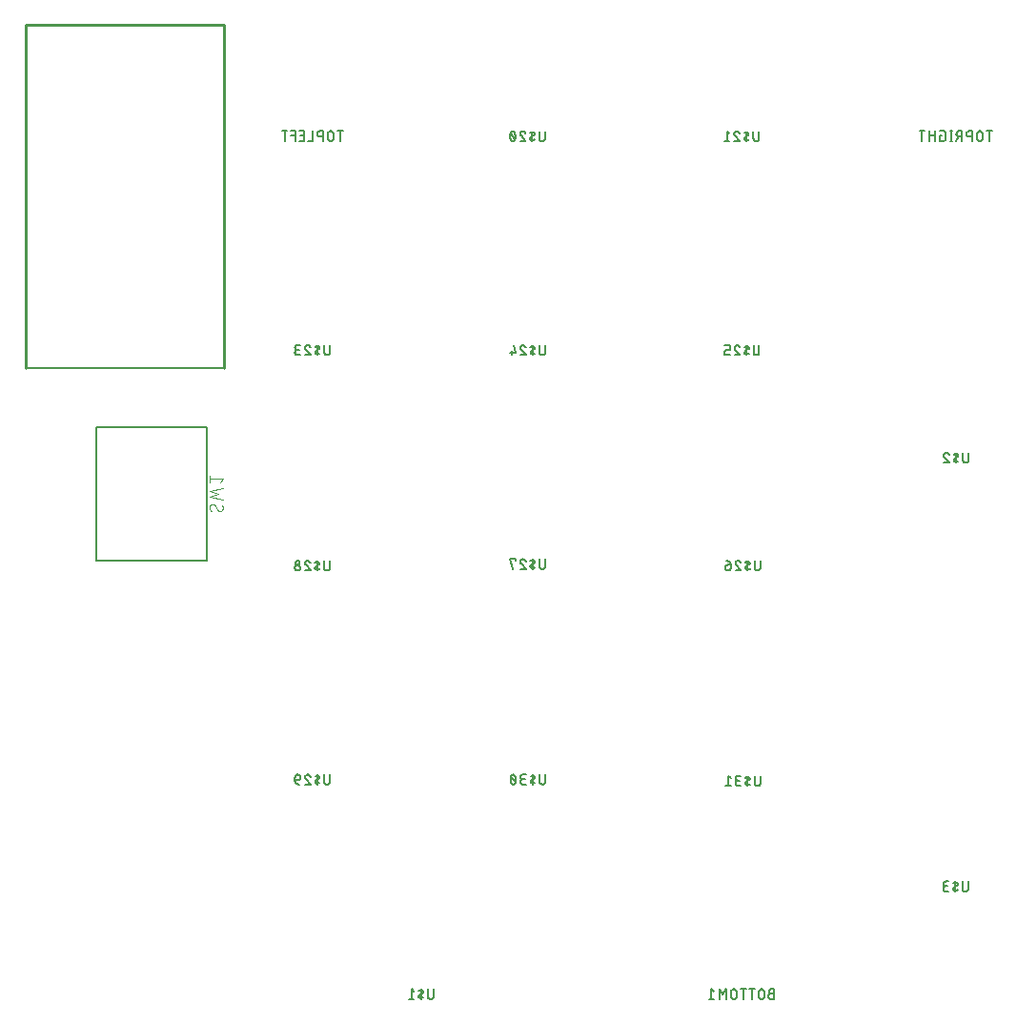
<source format=gbr>
G04 EAGLE Gerber RS-274X export*
G75*
%MOMM*%
%FSLAX34Y34*%
%LPD*%
%INSilkscreen Bottom*%
%IPPOS*%
%AMOC8*
5,1,8,0,0,1.08239X$1,22.5*%
G01*
%ADD10C,0.127000*%
%ADD11C,0.101600*%
%ADD12C,0.250000*%


D10*
X694369Y147745D02*
X691944Y147745D01*
X691846Y147743D01*
X691749Y147737D01*
X691652Y147727D01*
X691555Y147714D01*
X691459Y147696D01*
X691364Y147675D01*
X691269Y147649D01*
X691176Y147620D01*
X691084Y147587D01*
X690993Y147551D01*
X690904Y147511D01*
X690817Y147467D01*
X690732Y147420D01*
X690648Y147370D01*
X690566Y147316D01*
X690487Y147259D01*
X690410Y147198D01*
X690336Y147135D01*
X690264Y147069D01*
X690195Y147000D01*
X690129Y146928D01*
X690066Y146854D01*
X690005Y146777D01*
X689948Y146698D01*
X689894Y146616D01*
X689844Y146533D01*
X689797Y146447D01*
X689753Y146360D01*
X689713Y146271D01*
X689677Y146180D01*
X689644Y146088D01*
X689615Y145995D01*
X689589Y145900D01*
X689568Y145805D01*
X689550Y145709D01*
X689537Y145612D01*
X689527Y145515D01*
X689521Y145418D01*
X689519Y145320D01*
X689521Y145222D01*
X689527Y145125D01*
X689537Y145028D01*
X689550Y144931D01*
X689568Y144835D01*
X689589Y144740D01*
X689615Y144645D01*
X689644Y144552D01*
X689677Y144460D01*
X689713Y144369D01*
X689753Y144280D01*
X689797Y144193D01*
X689844Y144108D01*
X689894Y144024D01*
X689948Y143942D01*
X690005Y143863D01*
X690066Y143786D01*
X690129Y143712D01*
X690195Y143640D01*
X690264Y143571D01*
X690336Y143505D01*
X690410Y143442D01*
X690487Y143381D01*
X690566Y143324D01*
X690648Y143270D01*
X690732Y143220D01*
X690817Y143173D01*
X690904Y143129D01*
X690993Y143089D01*
X691084Y143053D01*
X691176Y143020D01*
X691269Y142991D01*
X691364Y142965D01*
X691459Y142944D01*
X691555Y142926D01*
X691652Y142913D01*
X691749Y142903D01*
X691846Y142897D01*
X691944Y142895D01*
X694369Y142895D01*
X694369Y151625D01*
X691944Y151625D01*
X691857Y151623D01*
X691770Y151617D01*
X691684Y151607D01*
X691598Y151594D01*
X691512Y151576D01*
X691428Y151555D01*
X691345Y151530D01*
X691262Y151501D01*
X691182Y151469D01*
X691102Y151433D01*
X691025Y151393D01*
X690949Y151350D01*
X690875Y151304D01*
X690804Y151254D01*
X690734Y151202D01*
X690668Y151146D01*
X690603Y151087D01*
X690542Y151026D01*
X690483Y150961D01*
X690427Y150895D01*
X690375Y150825D01*
X690325Y150754D01*
X690279Y150680D01*
X690236Y150604D01*
X690196Y150527D01*
X690160Y150447D01*
X690128Y150367D01*
X690099Y150284D01*
X690074Y150201D01*
X690053Y150117D01*
X690035Y150031D01*
X690022Y149945D01*
X690012Y149859D01*
X690006Y149772D01*
X690004Y149685D01*
X690006Y149598D01*
X690012Y149511D01*
X690022Y149425D01*
X690035Y149339D01*
X690053Y149253D01*
X690074Y149169D01*
X690099Y149086D01*
X690128Y149003D01*
X690160Y148923D01*
X690196Y148843D01*
X690236Y148766D01*
X690279Y148690D01*
X690325Y148616D01*
X690375Y148545D01*
X690427Y148475D01*
X690483Y148409D01*
X690542Y148344D01*
X690603Y148283D01*
X690668Y148224D01*
X690734Y148168D01*
X690804Y148116D01*
X690875Y148066D01*
X690949Y148020D01*
X691025Y147977D01*
X691102Y147937D01*
X691182Y147901D01*
X691262Y147869D01*
X691345Y147840D01*
X691428Y147815D01*
X691512Y147794D01*
X691598Y147776D01*
X691684Y147763D01*
X691770Y147753D01*
X691857Y147747D01*
X691944Y147745D01*
X685841Y149200D02*
X685841Y145320D01*
X685841Y149200D02*
X685839Y149298D01*
X685833Y149395D01*
X685823Y149492D01*
X685810Y149589D01*
X685792Y149685D01*
X685771Y149780D01*
X685745Y149875D01*
X685716Y149968D01*
X685683Y150060D01*
X685647Y150151D01*
X685607Y150240D01*
X685563Y150327D01*
X685516Y150413D01*
X685466Y150496D01*
X685412Y150578D01*
X685355Y150657D01*
X685294Y150734D01*
X685231Y150808D01*
X685165Y150880D01*
X685096Y150949D01*
X685024Y151015D01*
X684950Y151078D01*
X684873Y151139D01*
X684794Y151196D01*
X684712Y151250D01*
X684629Y151300D01*
X684543Y151347D01*
X684456Y151391D01*
X684367Y151431D01*
X684276Y151467D01*
X684184Y151500D01*
X684091Y151529D01*
X683996Y151555D01*
X683901Y151576D01*
X683805Y151594D01*
X683708Y151607D01*
X683611Y151617D01*
X683514Y151623D01*
X683416Y151625D01*
X683318Y151623D01*
X683221Y151617D01*
X683124Y151607D01*
X683027Y151594D01*
X682931Y151576D01*
X682836Y151555D01*
X682741Y151529D01*
X682648Y151500D01*
X682556Y151467D01*
X682465Y151431D01*
X682376Y151391D01*
X682289Y151347D01*
X682204Y151300D01*
X682120Y151250D01*
X682038Y151196D01*
X681959Y151139D01*
X681882Y151078D01*
X681808Y151015D01*
X681736Y150949D01*
X681667Y150880D01*
X681601Y150808D01*
X681538Y150734D01*
X681477Y150657D01*
X681420Y150578D01*
X681366Y150496D01*
X681316Y150413D01*
X681269Y150327D01*
X681225Y150240D01*
X681185Y150151D01*
X681149Y150060D01*
X681116Y149968D01*
X681087Y149875D01*
X681061Y149780D01*
X681040Y149685D01*
X681022Y149589D01*
X681009Y149492D01*
X680999Y149395D01*
X680993Y149298D01*
X680991Y149200D01*
X680991Y145320D01*
X680993Y145222D01*
X680999Y145125D01*
X681009Y145028D01*
X681022Y144931D01*
X681040Y144835D01*
X681061Y144740D01*
X681087Y144645D01*
X681116Y144552D01*
X681149Y144460D01*
X681185Y144369D01*
X681225Y144280D01*
X681269Y144193D01*
X681316Y144108D01*
X681366Y144024D01*
X681420Y143942D01*
X681477Y143863D01*
X681538Y143786D01*
X681601Y143712D01*
X681667Y143640D01*
X681736Y143571D01*
X681808Y143505D01*
X681882Y143442D01*
X681959Y143381D01*
X682038Y143324D01*
X682120Y143270D01*
X682204Y143220D01*
X682289Y143173D01*
X682376Y143129D01*
X682465Y143089D01*
X682556Y143053D01*
X682648Y143020D01*
X682741Y142991D01*
X682836Y142965D01*
X682931Y142944D01*
X683027Y142926D01*
X683124Y142913D01*
X683221Y142903D01*
X683318Y142897D01*
X683416Y142895D01*
X683514Y142897D01*
X683611Y142903D01*
X683708Y142913D01*
X683805Y142926D01*
X683901Y142944D01*
X683996Y142965D01*
X684091Y142991D01*
X684184Y143020D01*
X684276Y143053D01*
X684367Y143089D01*
X684456Y143129D01*
X684543Y143173D01*
X684629Y143220D01*
X684712Y143270D01*
X684794Y143324D01*
X684873Y143381D01*
X684950Y143442D01*
X685024Y143505D01*
X685096Y143571D01*
X685165Y143640D01*
X685231Y143712D01*
X685294Y143786D01*
X685355Y143863D01*
X685412Y143942D01*
X685466Y144024D01*
X685516Y144107D01*
X685563Y144193D01*
X685607Y144280D01*
X685647Y144369D01*
X685683Y144460D01*
X685716Y144552D01*
X685745Y144645D01*
X685771Y144740D01*
X685792Y144835D01*
X685810Y144931D01*
X685823Y145028D01*
X685833Y145125D01*
X685839Y145222D01*
X685841Y145320D01*
X675016Y142895D02*
X675016Y151625D01*
X677441Y151625D02*
X672591Y151625D01*
X667216Y151625D02*
X667216Y142895D01*
X669641Y151625D02*
X664791Y151625D01*
X661241Y149200D02*
X661241Y145320D01*
X661241Y149200D02*
X661239Y149298D01*
X661233Y149395D01*
X661223Y149492D01*
X661210Y149589D01*
X661192Y149685D01*
X661171Y149780D01*
X661145Y149875D01*
X661116Y149968D01*
X661083Y150060D01*
X661047Y150151D01*
X661007Y150240D01*
X660963Y150327D01*
X660916Y150413D01*
X660866Y150496D01*
X660812Y150578D01*
X660755Y150657D01*
X660694Y150734D01*
X660631Y150808D01*
X660565Y150880D01*
X660496Y150949D01*
X660424Y151015D01*
X660350Y151078D01*
X660273Y151139D01*
X660194Y151196D01*
X660112Y151250D01*
X660029Y151300D01*
X659943Y151347D01*
X659856Y151391D01*
X659767Y151431D01*
X659676Y151467D01*
X659584Y151500D01*
X659491Y151529D01*
X659396Y151555D01*
X659301Y151576D01*
X659205Y151594D01*
X659108Y151607D01*
X659011Y151617D01*
X658914Y151623D01*
X658816Y151625D01*
X658718Y151623D01*
X658621Y151617D01*
X658524Y151607D01*
X658427Y151594D01*
X658331Y151576D01*
X658236Y151555D01*
X658141Y151529D01*
X658048Y151500D01*
X657956Y151467D01*
X657865Y151431D01*
X657776Y151391D01*
X657689Y151347D01*
X657604Y151300D01*
X657520Y151250D01*
X657438Y151196D01*
X657359Y151139D01*
X657282Y151078D01*
X657208Y151015D01*
X657136Y150949D01*
X657067Y150880D01*
X657001Y150808D01*
X656938Y150734D01*
X656877Y150657D01*
X656820Y150578D01*
X656766Y150496D01*
X656716Y150413D01*
X656669Y150327D01*
X656625Y150240D01*
X656585Y150151D01*
X656549Y150060D01*
X656516Y149968D01*
X656487Y149875D01*
X656461Y149780D01*
X656440Y149685D01*
X656422Y149589D01*
X656409Y149492D01*
X656399Y149395D01*
X656393Y149298D01*
X656391Y149200D01*
X656391Y145320D01*
X656393Y145222D01*
X656399Y145125D01*
X656409Y145028D01*
X656422Y144931D01*
X656440Y144835D01*
X656461Y144740D01*
X656487Y144645D01*
X656516Y144552D01*
X656549Y144460D01*
X656585Y144369D01*
X656625Y144280D01*
X656669Y144193D01*
X656716Y144108D01*
X656766Y144024D01*
X656820Y143942D01*
X656877Y143863D01*
X656938Y143786D01*
X657001Y143712D01*
X657067Y143640D01*
X657136Y143571D01*
X657208Y143505D01*
X657282Y143442D01*
X657359Y143381D01*
X657438Y143324D01*
X657520Y143270D01*
X657604Y143220D01*
X657689Y143173D01*
X657776Y143129D01*
X657865Y143089D01*
X657956Y143053D01*
X658048Y143020D01*
X658141Y142991D01*
X658236Y142965D01*
X658331Y142944D01*
X658427Y142926D01*
X658524Y142913D01*
X658621Y142903D01*
X658718Y142897D01*
X658816Y142895D01*
X658914Y142897D01*
X659011Y142903D01*
X659108Y142913D01*
X659205Y142926D01*
X659301Y142944D01*
X659396Y142965D01*
X659491Y142991D01*
X659584Y143020D01*
X659676Y143053D01*
X659767Y143089D01*
X659856Y143129D01*
X659943Y143173D01*
X660029Y143220D01*
X660112Y143270D01*
X660194Y143324D01*
X660273Y143381D01*
X660350Y143442D01*
X660424Y143505D01*
X660496Y143571D01*
X660565Y143640D01*
X660631Y143712D01*
X660694Y143786D01*
X660755Y143863D01*
X660812Y143942D01*
X660866Y144024D01*
X660916Y144107D01*
X660963Y144193D01*
X661007Y144280D01*
X661047Y144369D01*
X661083Y144460D01*
X661116Y144552D01*
X661145Y144645D01*
X661171Y144740D01*
X661192Y144835D01*
X661210Y144931D01*
X661223Y145028D01*
X661233Y145125D01*
X661239Y145222D01*
X661241Y145320D01*
X651826Y142895D02*
X651826Y151625D01*
X648916Y146775D01*
X646006Y151625D01*
X646006Y142895D01*
X641441Y149685D02*
X639016Y151625D01*
X639016Y142895D01*
X641441Y142895D02*
X636591Y142895D01*
X190950Y650950D02*
X92450Y650950D01*
X190950Y650950D02*
X190950Y532450D01*
X92450Y532450D01*
X92450Y650950D01*
D11*
X193258Y579586D02*
X193260Y579685D01*
X193266Y579785D01*
X193275Y579884D01*
X193288Y579982D01*
X193305Y580080D01*
X193326Y580178D01*
X193351Y580274D01*
X193379Y580369D01*
X193411Y580463D01*
X193446Y580556D01*
X193485Y580648D01*
X193528Y580738D01*
X193573Y580826D01*
X193623Y580913D01*
X193675Y580997D01*
X193731Y581080D01*
X193789Y581160D01*
X193851Y581238D01*
X193916Y581313D01*
X193984Y581386D01*
X194054Y581456D01*
X194127Y581524D01*
X194202Y581589D01*
X194280Y581651D01*
X194360Y581709D01*
X194443Y581765D01*
X194527Y581817D01*
X194614Y581867D01*
X194702Y581912D01*
X194792Y581955D01*
X194884Y581994D01*
X194977Y582029D01*
X195071Y582061D01*
X195166Y582089D01*
X195262Y582114D01*
X195360Y582135D01*
X195458Y582152D01*
X195556Y582165D01*
X195655Y582174D01*
X195755Y582180D01*
X195854Y582182D01*
X193258Y579586D02*
X193260Y579442D01*
X193266Y579297D01*
X193275Y579153D01*
X193288Y579010D01*
X193305Y578866D01*
X193326Y578723D01*
X193351Y578581D01*
X193379Y578440D01*
X193411Y578299D01*
X193447Y578159D01*
X193486Y578020D01*
X193529Y577882D01*
X193576Y577746D01*
X193626Y577610D01*
X193680Y577476D01*
X193737Y577344D01*
X193798Y577213D01*
X193862Y577084D01*
X193930Y576956D01*
X194000Y576830D01*
X194075Y576706D01*
X194152Y576585D01*
X194233Y576465D01*
X194316Y576347D01*
X194403Y576232D01*
X194493Y576119D01*
X194586Y576008D01*
X194681Y575900D01*
X194780Y575794D01*
X194881Y575691D01*
X202346Y576016D02*
X202445Y576018D01*
X202545Y576024D01*
X202644Y576033D01*
X202742Y576046D01*
X202840Y576063D01*
X202938Y576084D01*
X203034Y576109D01*
X203129Y576137D01*
X203223Y576169D01*
X203316Y576204D01*
X203408Y576243D01*
X203498Y576286D01*
X203586Y576331D01*
X203673Y576381D01*
X203757Y576433D01*
X203840Y576489D01*
X203920Y576547D01*
X203998Y576609D01*
X204073Y576674D01*
X204146Y576742D01*
X204216Y576812D01*
X204284Y576885D01*
X204349Y576960D01*
X204411Y577038D01*
X204469Y577118D01*
X204525Y577201D01*
X204577Y577285D01*
X204627Y577372D01*
X204672Y577460D01*
X204715Y577550D01*
X204754Y577642D01*
X204789Y577735D01*
X204821Y577829D01*
X204849Y577924D01*
X204874Y578021D01*
X204895Y578118D01*
X204912Y578216D01*
X204925Y578314D01*
X204934Y578413D01*
X204940Y578513D01*
X204942Y578612D01*
X204940Y578748D01*
X204934Y578884D01*
X204925Y579020D01*
X204912Y579156D01*
X204894Y579291D01*
X204874Y579425D01*
X204849Y579559D01*
X204821Y579693D01*
X204788Y579825D01*
X204753Y579956D01*
X204713Y580087D01*
X204670Y580216D01*
X204624Y580344D01*
X204573Y580470D01*
X204520Y580596D01*
X204462Y580719D01*
X204402Y580841D01*
X204338Y580961D01*
X204270Y581080D01*
X204200Y581196D01*
X204126Y581310D01*
X204049Y581423D01*
X203968Y581533D01*
X200074Y577313D02*
X200127Y577227D01*
X200184Y577143D01*
X200243Y577061D01*
X200306Y576981D01*
X200372Y576904D01*
X200440Y576829D01*
X200512Y576757D01*
X200586Y576688D01*
X200663Y576622D01*
X200742Y576559D01*
X200824Y576499D01*
X200908Y576442D01*
X200994Y576388D01*
X201082Y576338D01*
X201172Y576291D01*
X201263Y576247D01*
X201357Y576208D01*
X201451Y576171D01*
X201547Y576139D01*
X201645Y576110D01*
X201743Y576085D01*
X201842Y576064D01*
X201942Y576046D01*
X202042Y576033D01*
X202143Y576023D01*
X202245Y576017D01*
X202346Y576015D01*
X198126Y580884D02*
X198073Y580970D01*
X198016Y581054D01*
X197957Y581136D01*
X197894Y581216D01*
X197828Y581293D01*
X197760Y581368D01*
X197688Y581440D01*
X197614Y581509D01*
X197537Y581575D01*
X197458Y581638D01*
X197376Y581698D01*
X197292Y581755D01*
X197206Y581809D01*
X197118Y581859D01*
X197028Y581906D01*
X196937Y581950D01*
X196843Y581989D01*
X196749Y582026D01*
X196653Y582058D01*
X196555Y582087D01*
X196457Y582112D01*
X196358Y582133D01*
X196258Y582151D01*
X196158Y582164D01*
X196057Y582174D01*
X195955Y582180D01*
X195854Y582182D01*
X198126Y580884D02*
X200074Y577314D01*
X204942Y586317D02*
X193258Y588913D01*
X201047Y591510D01*
X193258Y594106D01*
X204942Y596702D01*
X202346Y601218D02*
X204942Y604463D01*
X193258Y604463D01*
X193258Y601218D02*
X193258Y607709D01*
D10*
X309080Y904895D02*
X309080Y913625D01*
X311505Y913625D02*
X306655Y913625D01*
X303105Y911200D02*
X303105Y907320D01*
X303105Y911200D02*
X303103Y911298D01*
X303097Y911395D01*
X303087Y911492D01*
X303074Y911589D01*
X303056Y911685D01*
X303035Y911780D01*
X303009Y911875D01*
X302980Y911968D01*
X302947Y912060D01*
X302911Y912151D01*
X302871Y912240D01*
X302827Y912327D01*
X302780Y912413D01*
X302730Y912496D01*
X302676Y912578D01*
X302619Y912657D01*
X302558Y912734D01*
X302495Y912808D01*
X302429Y912880D01*
X302360Y912949D01*
X302288Y913015D01*
X302214Y913078D01*
X302137Y913139D01*
X302058Y913196D01*
X301976Y913250D01*
X301893Y913300D01*
X301807Y913347D01*
X301720Y913391D01*
X301631Y913431D01*
X301540Y913467D01*
X301448Y913500D01*
X301355Y913529D01*
X301260Y913555D01*
X301165Y913576D01*
X301069Y913594D01*
X300972Y913607D01*
X300875Y913617D01*
X300778Y913623D01*
X300680Y913625D01*
X300582Y913623D01*
X300485Y913617D01*
X300388Y913607D01*
X300291Y913594D01*
X300195Y913576D01*
X300100Y913555D01*
X300005Y913529D01*
X299912Y913500D01*
X299820Y913467D01*
X299729Y913431D01*
X299640Y913391D01*
X299553Y913347D01*
X299468Y913300D01*
X299384Y913250D01*
X299302Y913196D01*
X299223Y913139D01*
X299146Y913078D01*
X299072Y913015D01*
X299000Y912949D01*
X298931Y912880D01*
X298865Y912808D01*
X298802Y912734D01*
X298741Y912657D01*
X298684Y912578D01*
X298630Y912496D01*
X298580Y912413D01*
X298533Y912327D01*
X298489Y912240D01*
X298449Y912151D01*
X298413Y912060D01*
X298380Y911968D01*
X298351Y911875D01*
X298325Y911780D01*
X298304Y911685D01*
X298286Y911589D01*
X298273Y911492D01*
X298263Y911395D01*
X298257Y911298D01*
X298255Y911200D01*
X298255Y907320D01*
X298257Y907222D01*
X298263Y907125D01*
X298273Y907028D01*
X298286Y906931D01*
X298304Y906835D01*
X298325Y906740D01*
X298351Y906645D01*
X298380Y906552D01*
X298413Y906460D01*
X298449Y906369D01*
X298489Y906280D01*
X298533Y906193D01*
X298580Y906108D01*
X298630Y906024D01*
X298684Y905942D01*
X298741Y905863D01*
X298802Y905786D01*
X298865Y905712D01*
X298931Y905640D01*
X299000Y905571D01*
X299072Y905505D01*
X299146Y905442D01*
X299223Y905381D01*
X299302Y905324D01*
X299384Y905270D01*
X299468Y905220D01*
X299553Y905173D01*
X299640Y905129D01*
X299729Y905089D01*
X299820Y905053D01*
X299912Y905020D01*
X300005Y904991D01*
X300100Y904965D01*
X300195Y904944D01*
X300291Y904926D01*
X300388Y904913D01*
X300485Y904903D01*
X300582Y904897D01*
X300680Y904895D01*
X300778Y904897D01*
X300875Y904903D01*
X300972Y904913D01*
X301069Y904926D01*
X301165Y904944D01*
X301260Y904965D01*
X301355Y904991D01*
X301448Y905020D01*
X301540Y905053D01*
X301631Y905089D01*
X301720Y905129D01*
X301807Y905173D01*
X301893Y905220D01*
X301976Y905270D01*
X302058Y905324D01*
X302137Y905381D01*
X302214Y905442D01*
X302288Y905505D01*
X302360Y905571D01*
X302429Y905640D01*
X302495Y905712D01*
X302558Y905786D01*
X302619Y905863D01*
X302676Y905942D01*
X302730Y906024D01*
X302780Y906108D01*
X302827Y906193D01*
X302871Y906280D01*
X302911Y906369D01*
X302947Y906460D01*
X302980Y906552D01*
X303009Y906645D01*
X303035Y906740D01*
X303056Y906835D01*
X303074Y906931D01*
X303087Y907028D01*
X303097Y907125D01*
X303103Y907222D01*
X303105Y907320D01*
X293633Y904895D02*
X293633Y913625D01*
X291208Y913625D01*
X291110Y913623D01*
X291013Y913617D01*
X290916Y913607D01*
X290819Y913594D01*
X290723Y913576D01*
X290628Y913555D01*
X290533Y913529D01*
X290440Y913500D01*
X290348Y913467D01*
X290257Y913431D01*
X290168Y913391D01*
X290081Y913347D01*
X289996Y913300D01*
X289912Y913250D01*
X289830Y913196D01*
X289751Y913139D01*
X289674Y913078D01*
X289600Y913015D01*
X289528Y912949D01*
X289459Y912880D01*
X289393Y912808D01*
X289330Y912734D01*
X289269Y912657D01*
X289212Y912578D01*
X289158Y912496D01*
X289108Y912413D01*
X289061Y912327D01*
X289017Y912240D01*
X288977Y912151D01*
X288941Y912060D01*
X288908Y911968D01*
X288879Y911875D01*
X288853Y911780D01*
X288832Y911685D01*
X288814Y911589D01*
X288801Y911492D01*
X288791Y911395D01*
X288785Y911298D01*
X288783Y911200D01*
X288785Y911102D01*
X288791Y911005D01*
X288801Y910908D01*
X288814Y910811D01*
X288832Y910715D01*
X288853Y910620D01*
X288879Y910525D01*
X288908Y910432D01*
X288941Y910340D01*
X288977Y910249D01*
X289017Y910160D01*
X289061Y910073D01*
X289108Y909988D01*
X289158Y909904D01*
X289212Y909822D01*
X289269Y909743D01*
X289330Y909666D01*
X289393Y909592D01*
X289459Y909520D01*
X289528Y909451D01*
X289600Y909385D01*
X289674Y909322D01*
X289751Y909261D01*
X289830Y909204D01*
X289912Y909150D01*
X289996Y909100D01*
X290081Y909053D01*
X290168Y909009D01*
X290257Y908969D01*
X290348Y908933D01*
X290440Y908900D01*
X290533Y908871D01*
X290628Y908845D01*
X290723Y908824D01*
X290819Y908806D01*
X290916Y908793D01*
X291013Y908783D01*
X291110Y908777D01*
X291208Y908775D01*
X293633Y908775D01*
X284782Y904895D02*
X284782Y913625D01*
X284782Y904895D02*
X280902Y904895D01*
X276982Y904895D02*
X273102Y904895D01*
X276982Y904895D02*
X276982Y913625D01*
X273102Y913625D01*
X274072Y909745D02*
X276982Y909745D01*
X269182Y913625D02*
X269182Y904895D01*
X269182Y913625D02*
X265302Y913625D01*
X265302Y909745D02*
X269182Y909745D01*
X259880Y913625D02*
X259880Y904895D01*
X262305Y913625D02*
X257455Y913625D01*
X885830Y913625D02*
X885830Y904895D01*
X888255Y913625D02*
X883405Y913625D01*
X879855Y911200D02*
X879855Y907320D01*
X879855Y911200D02*
X879853Y911298D01*
X879847Y911395D01*
X879837Y911492D01*
X879824Y911589D01*
X879806Y911685D01*
X879785Y911780D01*
X879759Y911875D01*
X879730Y911968D01*
X879697Y912060D01*
X879661Y912151D01*
X879621Y912240D01*
X879577Y912327D01*
X879530Y912413D01*
X879480Y912496D01*
X879426Y912578D01*
X879369Y912657D01*
X879308Y912734D01*
X879245Y912808D01*
X879179Y912880D01*
X879110Y912949D01*
X879038Y913015D01*
X878964Y913078D01*
X878887Y913139D01*
X878808Y913196D01*
X878726Y913250D01*
X878643Y913300D01*
X878557Y913347D01*
X878470Y913391D01*
X878381Y913431D01*
X878290Y913467D01*
X878198Y913500D01*
X878105Y913529D01*
X878010Y913555D01*
X877915Y913576D01*
X877819Y913594D01*
X877722Y913607D01*
X877625Y913617D01*
X877528Y913623D01*
X877430Y913625D01*
X877332Y913623D01*
X877235Y913617D01*
X877138Y913607D01*
X877041Y913594D01*
X876945Y913576D01*
X876850Y913555D01*
X876755Y913529D01*
X876662Y913500D01*
X876570Y913467D01*
X876479Y913431D01*
X876390Y913391D01*
X876303Y913347D01*
X876218Y913300D01*
X876134Y913250D01*
X876052Y913196D01*
X875973Y913139D01*
X875896Y913078D01*
X875822Y913015D01*
X875750Y912949D01*
X875681Y912880D01*
X875615Y912808D01*
X875552Y912734D01*
X875491Y912657D01*
X875434Y912578D01*
X875380Y912496D01*
X875330Y912413D01*
X875283Y912327D01*
X875239Y912240D01*
X875199Y912151D01*
X875163Y912060D01*
X875130Y911968D01*
X875101Y911875D01*
X875075Y911780D01*
X875054Y911685D01*
X875036Y911589D01*
X875023Y911492D01*
X875013Y911395D01*
X875007Y911298D01*
X875005Y911200D01*
X875005Y907320D01*
X875007Y907222D01*
X875013Y907125D01*
X875023Y907028D01*
X875036Y906931D01*
X875054Y906835D01*
X875075Y906740D01*
X875101Y906645D01*
X875130Y906552D01*
X875163Y906460D01*
X875199Y906369D01*
X875239Y906280D01*
X875283Y906193D01*
X875330Y906108D01*
X875380Y906024D01*
X875434Y905942D01*
X875491Y905863D01*
X875552Y905786D01*
X875615Y905712D01*
X875681Y905640D01*
X875750Y905571D01*
X875822Y905505D01*
X875896Y905442D01*
X875973Y905381D01*
X876052Y905324D01*
X876134Y905270D01*
X876218Y905220D01*
X876303Y905173D01*
X876390Y905129D01*
X876479Y905089D01*
X876570Y905053D01*
X876662Y905020D01*
X876755Y904991D01*
X876850Y904965D01*
X876945Y904944D01*
X877041Y904926D01*
X877138Y904913D01*
X877235Y904903D01*
X877332Y904897D01*
X877430Y904895D01*
X877528Y904897D01*
X877625Y904903D01*
X877722Y904913D01*
X877819Y904926D01*
X877915Y904944D01*
X878010Y904965D01*
X878105Y904991D01*
X878198Y905020D01*
X878290Y905053D01*
X878381Y905089D01*
X878470Y905129D01*
X878557Y905173D01*
X878643Y905220D01*
X878726Y905270D01*
X878808Y905324D01*
X878887Y905381D01*
X878964Y905442D01*
X879038Y905505D01*
X879110Y905571D01*
X879179Y905640D01*
X879245Y905712D01*
X879308Y905786D01*
X879369Y905863D01*
X879426Y905942D01*
X879480Y906024D01*
X879530Y906108D01*
X879577Y906193D01*
X879621Y906280D01*
X879661Y906369D01*
X879697Y906460D01*
X879730Y906552D01*
X879759Y906645D01*
X879785Y906740D01*
X879806Y906835D01*
X879824Y906931D01*
X879837Y907028D01*
X879847Y907125D01*
X879853Y907222D01*
X879855Y907320D01*
X870383Y904895D02*
X870383Y913625D01*
X867958Y913625D01*
X867860Y913623D01*
X867763Y913617D01*
X867666Y913607D01*
X867569Y913594D01*
X867473Y913576D01*
X867378Y913555D01*
X867283Y913529D01*
X867190Y913500D01*
X867098Y913467D01*
X867007Y913431D01*
X866918Y913391D01*
X866831Y913347D01*
X866746Y913300D01*
X866662Y913250D01*
X866580Y913196D01*
X866501Y913139D01*
X866424Y913078D01*
X866350Y913015D01*
X866278Y912949D01*
X866209Y912880D01*
X866143Y912808D01*
X866080Y912734D01*
X866019Y912657D01*
X865962Y912578D01*
X865908Y912496D01*
X865858Y912413D01*
X865811Y912327D01*
X865767Y912240D01*
X865727Y912151D01*
X865691Y912060D01*
X865658Y911968D01*
X865629Y911875D01*
X865603Y911780D01*
X865582Y911685D01*
X865564Y911589D01*
X865551Y911492D01*
X865541Y911395D01*
X865535Y911298D01*
X865533Y911200D01*
X865535Y911102D01*
X865541Y911005D01*
X865551Y910908D01*
X865564Y910811D01*
X865582Y910715D01*
X865603Y910620D01*
X865629Y910525D01*
X865658Y910432D01*
X865691Y910340D01*
X865727Y910249D01*
X865767Y910160D01*
X865811Y910073D01*
X865858Y909988D01*
X865908Y909904D01*
X865962Y909822D01*
X866019Y909743D01*
X866080Y909666D01*
X866143Y909592D01*
X866209Y909520D01*
X866278Y909451D01*
X866350Y909385D01*
X866424Y909322D01*
X866501Y909261D01*
X866580Y909204D01*
X866662Y909150D01*
X866746Y909100D01*
X866831Y909053D01*
X866918Y909009D01*
X867007Y908969D01*
X867098Y908933D01*
X867190Y908900D01*
X867283Y908871D01*
X867378Y908845D01*
X867473Y908824D01*
X867569Y908806D01*
X867666Y908793D01*
X867763Y908783D01*
X867860Y908777D01*
X867958Y908775D01*
X870383Y908775D01*
X861480Y904895D02*
X861480Y913625D01*
X859055Y913625D01*
X858957Y913623D01*
X858860Y913617D01*
X858763Y913607D01*
X858666Y913594D01*
X858570Y913576D01*
X858475Y913555D01*
X858380Y913529D01*
X858287Y913500D01*
X858195Y913467D01*
X858104Y913431D01*
X858015Y913391D01*
X857928Y913347D01*
X857843Y913300D01*
X857759Y913250D01*
X857677Y913196D01*
X857598Y913139D01*
X857521Y913078D01*
X857447Y913015D01*
X857375Y912949D01*
X857306Y912880D01*
X857240Y912808D01*
X857177Y912734D01*
X857116Y912657D01*
X857059Y912578D01*
X857005Y912496D01*
X856955Y912413D01*
X856908Y912327D01*
X856864Y912240D01*
X856824Y912151D01*
X856788Y912060D01*
X856755Y911968D01*
X856726Y911875D01*
X856700Y911780D01*
X856679Y911685D01*
X856661Y911589D01*
X856648Y911492D01*
X856638Y911395D01*
X856632Y911298D01*
X856630Y911200D01*
X856632Y911102D01*
X856638Y911005D01*
X856648Y910908D01*
X856661Y910811D01*
X856679Y910715D01*
X856700Y910620D01*
X856726Y910525D01*
X856755Y910432D01*
X856788Y910340D01*
X856824Y910249D01*
X856864Y910160D01*
X856908Y910073D01*
X856955Y909988D01*
X857005Y909904D01*
X857059Y909822D01*
X857116Y909743D01*
X857177Y909666D01*
X857240Y909592D01*
X857306Y909520D01*
X857375Y909451D01*
X857447Y909385D01*
X857521Y909322D01*
X857598Y909261D01*
X857677Y909204D01*
X857759Y909150D01*
X857843Y909100D01*
X857928Y909053D01*
X858015Y909009D01*
X858104Y908969D01*
X858195Y908933D01*
X858287Y908900D01*
X858380Y908871D01*
X858475Y908845D01*
X858570Y908824D01*
X858666Y908806D01*
X858763Y908793D01*
X858860Y908783D01*
X858957Y908777D01*
X859055Y908775D01*
X861480Y908775D01*
X858570Y908775D02*
X856630Y904895D01*
X851930Y904895D02*
X851930Y913625D01*
X852900Y904895D02*
X850960Y904895D01*
X850960Y913625D02*
X852900Y913625D01*
X843460Y909745D02*
X842005Y909745D01*
X842005Y904895D01*
X844915Y904895D01*
X845002Y904897D01*
X845089Y904903D01*
X845175Y904913D01*
X845261Y904926D01*
X845347Y904944D01*
X845431Y904965D01*
X845514Y904990D01*
X845597Y905019D01*
X845677Y905051D01*
X845757Y905087D01*
X845834Y905127D01*
X845910Y905170D01*
X845984Y905216D01*
X846055Y905266D01*
X846125Y905318D01*
X846191Y905374D01*
X846256Y905433D01*
X846317Y905494D01*
X846376Y905559D01*
X846432Y905625D01*
X846484Y905695D01*
X846534Y905766D01*
X846580Y905840D01*
X846623Y905916D01*
X846663Y905993D01*
X846699Y906073D01*
X846731Y906153D01*
X846760Y906236D01*
X846785Y906319D01*
X846806Y906403D01*
X846824Y906489D01*
X846837Y906575D01*
X846847Y906661D01*
X846853Y906748D01*
X846855Y906835D01*
X846855Y911685D01*
X846853Y911772D01*
X846847Y911859D01*
X846837Y911945D01*
X846824Y912031D01*
X846806Y912117D01*
X846785Y912201D01*
X846760Y912284D01*
X846731Y912367D01*
X846699Y912447D01*
X846663Y912527D01*
X846623Y912604D01*
X846580Y912680D01*
X846534Y912754D01*
X846484Y912825D01*
X846432Y912895D01*
X846376Y912961D01*
X846317Y913026D01*
X846256Y913087D01*
X846191Y913146D01*
X846125Y913202D01*
X846055Y913254D01*
X845984Y913304D01*
X845910Y913350D01*
X845834Y913393D01*
X845757Y913433D01*
X845677Y913469D01*
X845597Y913501D01*
X845514Y913530D01*
X845431Y913555D01*
X845347Y913576D01*
X845261Y913594D01*
X845175Y913607D01*
X845089Y913617D01*
X845002Y913623D01*
X844915Y913625D01*
X842005Y913625D01*
X837255Y913625D02*
X837255Y904895D01*
X837255Y909745D02*
X832405Y909745D01*
X832405Y913625D02*
X832405Y904895D01*
X826130Y904895D02*
X826130Y913625D01*
X828555Y913625D02*
X823705Y913625D01*
X391975Y151625D02*
X391975Y145320D01*
X391973Y145222D01*
X391967Y145125D01*
X391957Y145028D01*
X391944Y144931D01*
X391926Y144835D01*
X391905Y144740D01*
X391879Y144645D01*
X391850Y144552D01*
X391817Y144460D01*
X391781Y144369D01*
X391741Y144280D01*
X391697Y144193D01*
X391650Y144107D01*
X391600Y144024D01*
X391546Y143942D01*
X391489Y143863D01*
X391428Y143786D01*
X391365Y143712D01*
X391299Y143640D01*
X391230Y143571D01*
X391158Y143505D01*
X391084Y143442D01*
X391007Y143381D01*
X390928Y143324D01*
X390846Y143270D01*
X390763Y143220D01*
X390677Y143173D01*
X390590Y143129D01*
X390501Y143089D01*
X390410Y143053D01*
X390318Y143020D01*
X390225Y142991D01*
X390130Y142965D01*
X390035Y142944D01*
X389939Y142926D01*
X389842Y142913D01*
X389745Y142903D01*
X389648Y142897D01*
X389550Y142895D01*
X389452Y142897D01*
X389355Y142903D01*
X389258Y142913D01*
X389161Y142926D01*
X389065Y142944D01*
X388970Y142965D01*
X388875Y142991D01*
X388782Y143020D01*
X388690Y143053D01*
X388599Y143089D01*
X388510Y143129D01*
X388423Y143173D01*
X388338Y143220D01*
X388254Y143270D01*
X388172Y143324D01*
X388093Y143381D01*
X388016Y143442D01*
X387942Y143505D01*
X387870Y143571D01*
X387801Y143640D01*
X387735Y143712D01*
X387672Y143786D01*
X387611Y143863D01*
X387554Y143942D01*
X387500Y144024D01*
X387450Y144108D01*
X387403Y144193D01*
X387359Y144280D01*
X387319Y144369D01*
X387283Y144460D01*
X387250Y144552D01*
X387221Y144645D01*
X387195Y144740D01*
X387174Y144835D01*
X387156Y144931D01*
X387143Y145028D01*
X387133Y145125D01*
X387127Y145222D01*
X387125Y145320D01*
X387125Y151625D01*
X380850Y151625D02*
X380850Y142895D01*
X380850Y147260D02*
X382063Y147988D01*
X382062Y147987D02*
X382125Y148028D01*
X382186Y148071D01*
X382245Y148117D01*
X382301Y148166D01*
X382354Y148218D01*
X382405Y148273D01*
X382453Y148330D01*
X382498Y148390D01*
X382539Y148452D01*
X382578Y148516D01*
X382613Y148582D01*
X382645Y148649D01*
X382673Y148718D01*
X382697Y148789D01*
X382718Y148860D01*
X382735Y148933D01*
X382749Y149006D01*
X382758Y149080D01*
X382764Y149155D01*
X382766Y149229D01*
X382764Y149304D01*
X382758Y149378D01*
X382749Y149452D01*
X382735Y149526D01*
X382718Y149598D01*
X382698Y149670D01*
X382673Y149741D01*
X382645Y149810D01*
X382613Y149877D01*
X382578Y149943D01*
X382540Y150007D01*
X382498Y150069D01*
X382454Y150129D01*
X382406Y150186D01*
X382355Y150241D01*
X382302Y150293D01*
X382246Y150342D01*
X382187Y150389D01*
X382126Y150432D01*
X382063Y150472D01*
X381999Y150509D01*
X381932Y150542D01*
X381863Y150572D01*
X381794Y150598D01*
X381723Y150621D01*
X381650Y150640D01*
X381577Y150655D01*
X381578Y150655D02*
X381459Y150675D01*
X381339Y150691D01*
X381220Y150704D01*
X381099Y150712D01*
X380979Y150717D01*
X380858Y150718D01*
X380738Y150715D01*
X380618Y150709D01*
X380498Y150698D01*
X380378Y150684D01*
X380259Y150666D01*
X380140Y150645D01*
X380023Y150620D01*
X379906Y150591D01*
X379790Y150558D01*
X379675Y150522D01*
X379561Y150482D01*
X379449Y150439D01*
X379338Y150392D01*
X379228Y150341D01*
X379120Y150288D01*
X379014Y150231D01*
X378910Y150170D01*
X380850Y147260D02*
X379638Y146533D01*
X379575Y146492D01*
X379514Y146449D01*
X379455Y146403D01*
X379399Y146354D01*
X379346Y146302D01*
X379295Y146247D01*
X379247Y146190D01*
X379202Y146130D01*
X379161Y146068D01*
X379122Y146004D01*
X379087Y145938D01*
X379055Y145871D01*
X379027Y145802D01*
X379003Y145731D01*
X378982Y145660D01*
X378965Y145587D01*
X378951Y145514D01*
X378942Y145440D01*
X378936Y145365D01*
X378934Y145291D01*
X378936Y145216D01*
X378942Y145142D01*
X378951Y145068D01*
X378965Y144994D01*
X378982Y144922D01*
X379002Y144850D01*
X379027Y144779D01*
X379055Y144710D01*
X379087Y144643D01*
X379122Y144577D01*
X379160Y144513D01*
X379202Y144451D01*
X379246Y144391D01*
X379294Y144334D01*
X379345Y144279D01*
X379398Y144227D01*
X379454Y144178D01*
X379513Y144131D01*
X379574Y144088D01*
X379637Y144048D01*
X379701Y144011D01*
X379768Y143978D01*
X379837Y143948D01*
X379906Y143922D01*
X379977Y143899D01*
X380050Y143880D01*
X380123Y143865D01*
X380122Y143865D02*
X380241Y143845D01*
X380361Y143829D01*
X380480Y143816D01*
X380601Y143808D01*
X380721Y143803D01*
X380842Y143802D01*
X380962Y143805D01*
X381082Y143811D01*
X381202Y143822D01*
X381322Y143836D01*
X381441Y143854D01*
X381560Y143875D01*
X381677Y143900D01*
X381794Y143929D01*
X381910Y143962D01*
X382025Y143998D01*
X382139Y144038D01*
X382251Y144081D01*
X382362Y144128D01*
X382472Y144179D01*
X382580Y144232D01*
X382686Y144289D01*
X382790Y144350D01*
X374875Y149685D02*
X372450Y151625D01*
X372450Y142895D01*
X374875Y142895D02*
X370025Y142895D01*
X867375Y621500D02*
X867375Y627805D01*
X867375Y621500D02*
X867373Y621402D01*
X867367Y621305D01*
X867357Y621208D01*
X867344Y621111D01*
X867326Y621015D01*
X867305Y620920D01*
X867279Y620825D01*
X867250Y620732D01*
X867217Y620640D01*
X867181Y620549D01*
X867141Y620460D01*
X867097Y620373D01*
X867050Y620288D01*
X867000Y620204D01*
X866946Y620122D01*
X866889Y620043D01*
X866828Y619966D01*
X866765Y619892D01*
X866699Y619820D01*
X866630Y619751D01*
X866558Y619685D01*
X866484Y619622D01*
X866407Y619561D01*
X866328Y619504D01*
X866246Y619450D01*
X866163Y619400D01*
X866077Y619353D01*
X865990Y619309D01*
X865901Y619269D01*
X865810Y619233D01*
X865718Y619200D01*
X865625Y619171D01*
X865530Y619145D01*
X865435Y619124D01*
X865339Y619106D01*
X865242Y619093D01*
X865145Y619083D01*
X865048Y619077D01*
X864950Y619075D01*
X864852Y619077D01*
X864755Y619083D01*
X864658Y619093D01*
X864561Y619106D01*
X864465Y619124D01*
X864370Y619145D01*
X864275Y619171D01*
X864182Y619200D01*
X864090Y619233D01*
X863999Y619269D01*
X863910Y619309D01*
X863823Y619353D01*
X863738Y619400D01*
X863654Y619450D01*
X863572Y619504D01*
X863493Y619561D01*
X863416Y619622D01*
X863342Y619685D01*
X863270Y619751D01*
X863201Y619820D01*
X863135Y619892D01*
X863072Y619966D01*
X863011Y620043D01*
X862954Y620122D01*
X862900Y620204D01*
X862850Y620288D01*
X862803Y620373D01*
X862759Y620460D01*
X862719Y620549D01*
X862683Y620640D01*
X862650Y620732D01*
X862621Y620825D01*
X862595Y620920D01*
X862574Y621015D01*
X862556Y621111D01*
X862543Y621208D01*
X862533Y621305D01*
X862527Y621402D01*
X862525Y621500D01*
X862525Y627805D01*
X856250Y627805D02*
X856250Y619075D01*
X856250Y623440D02*
X857463Y624168D01*
X857462Y624167D02*
X857525Y624208D01*
X857586Y624251D01*
X857645Y624297D01*
X857701Y624346D01*
X857754Y624398D01*
X857805Y624453D01*
X857853Y624510D01*
X857898Y624570D01*
X857939Y624632D01*
X857978Y624696D01*
X858013Y624762D01*
X858045Y624829D01*
X858073Y624898D01*
X858097Y624969D01*
X858118Y625040D01*
X858135Y625113D01*
X858149Y625186D01*
X858158Y625260D01*
X858164Y625335D01*
X858166Y625409D01*
X858164Y625484D01*
X858158Y625558D01*
X858149Y625632D01*
X858135Y625706D01*
X858118Y625778D01*
X858098Y625850D01*
X858073Y625921D01*
X858045Y625990D01*
X858013Y626057D01*
X857978Y626123D01*
X857940Y626187D01*
X857898Y626249D01*
X857854Y626309D01*
X857806Y626366D01*
X857755Y626421D01*
X857702Y626473D01*
X857646Y626522D01*
X857587Y626569D01*
X857526Y626612D01*
X857463Y626652D01*
X857399Y626689D01*
X857332Y626722D01*
X857263Y626752D01*
X857194Y626778D01*
X857123Y626801D01*
X857050Y626820D01*
X856977Y626835D01*
X856978Y626835D02*
X856859Y626855D01*
X856739Y626871D01*
X856620Y626884D01*
X856499Y626892D01*
X856379Y626897D01*
X856258Y626898D01*
X856138Y626895D01*
X856018Y626889D01*
X855898Y626878D01*
X855778Y626864D01*
X855659Y626846D01*
X855540Y626825D01*
X855423Y626800D01*
X855306Y626771D01*
X855190Y626738D01*
X855075Y626702D01*
X854961Y626662D01*
X854849Y626619D01*
X854738Y626572D01*
X854628Y626521D01*
X854520Y626468D01*
X854414Y626411D01*
X854310Y626350D01*
X856250Y623440D02*
X855038Y622713D01*
X854975Y622672D01*
X854914Y622629D01*
X854855Y622583D01*
X854799Y622534D01*
X854746Y622482D01*
X854695Y622427D01*
X854647Y622370D01*
X854602Y622310D01*
X854561Y622248D01*
X854522Y622184D01*
X854487Y622118D01*
X854455Y622051D01*
X854427Y621982D01*
X854403Y621911D01*
X854382Y621840D01*
X854365Y621767D01*
X854351Y621694D01*
X854342Y621620D01*
X854336Y621545D01*
X854334Y621471D01*
X854336Y621396D01*
X854342Y621322D01*
X854351Y621248D01*
X854365Y621174D01*
X854382Y621102D01*
X854402Y621030D01*
X854427Y620959D01*
X854455Y620890D01*
X854487Y620823D01*
X854522Y620757D01*
X854560Y620693D01*
X854602Y620631D01*
X854646Y620571D01*
X854694Y620514D01*
X854745Y620459D01*
X854798Y620407D01*
X854854Y620358D01*
X854913Y620311D01*
X854974Y620268D01*
X855037Y620228D01*
X855101Y620191D01*
X855168Y620158D01*
X855237Y620128D01*
X855306Y620102D01*
X855377Y620079D01*
X855450Y620060D01*
X855523Y620045D01*
X855522Y620045D02*
X855641Y620025D01*
X855761Y620009D01*
X855880Y619996D01*
X856001Y619988D01*
X856121Y619983D01*
X856242Y619982D01*
X856362Y619985D01*
X856482Y619991D01*
X856602Y620002D01*
X856722Y620016D01*
X856841Y620034D01*
X856960Y620055D01*
X857077Y620080D01*
X857194Y620109D01*
X857310Y620142D01*
X857425Y620178D01*
X857539Y620218D01*
X857651Y620261D01*
X857762Y620308D01*
X857872Y620359D01*
X857980Y620412D01*
X858086Y620469D01*
X858190Y620530D01*
X847608Y627806D02*
X847515Y627804D01*
X847423Y627798D01*
X847331Y627788D01*
X847239Y627775D01*
X847148Y627757D01*
X847058Y627736D01*
X846969Y627710D01*
X846881Y627681D01*
X846794Y627649D01*
X846709Y627612D01*
X846625Y627572D01*
X846543Y627529D01*
X846463Y627482D01*
X846386Y627432D01*
X846310Y627378D01*
X846237Y627321D01*
X846166Y627262D01*
X846097Y627199D01*
X846032Y627134D01*
X845969Y627065D01*
X845910Y626994D01*
X845853Y626921D01*
X845799Y626845D01*
X845749Y626768D01*
X845702Y626688D01*
X845659Y626606D01*
X845619Y626522D01*
X845582Y626437D01*
X845550Y626350D01*
X845521Y626262D01*
X845495Y626173D01*
X845474Y626083D01*
X845456Y625992D01*
X845443Y625900D01*
X845433Y625808D01*
X845427Y625716D01*
X845425Y625623D01*
X847608Y627805D02*
X847712Y627803D01*
X847815Y627797D01*
X847919Y627788D01*
X848021Y627774D01*
X848124Y627757D01*
X848225Y627736D01*
X848326Y627712D01*
X848426Y627683D01*
X848524Y627651D01*
X848622Y627615D01*
X848718Y627576D01*
X848812Y627533D01*
X848905Y627487D01*
X848996Y627437D01*
X849085Y627384D01*
X849172Y627328D01*
X849257Y627269D01*
X849340Y627206D01*
X849420Y627141D01*
X849498Y627072D01*
X849574Y627001D01*
X849646Y626927D01*
X849716Y626850D01*
X849783Y626771D01*
X849847Y626689D01*
X849908Y626605D01*
X849965Y626519D01*
X850020Y626431D01*
X850071Y626341D01*
X850119Y626249D01*
X850164Y626155D01*
X850204Y626060D01*
X850242Y625963D01*
X850276Y625865D01*
X846152Y623926D02*
X846085Y623992D01*
X846020Y624062D01*
X845959Y624134D01*
X845900Y624208D01*
X845844Y624285D01*
X845792Y624364D01*
X845742Y624445D01*
X845696Y624528D01*
X845654Y624613D01*
X845615Y624700D01*
X845579Y624788D01*
X845547Y624877D01*
X845519Y624968D01*
X845494Y625059D01*
X845473Y625152D01*
X845456Y625245D01*
X845442Y625339D01*
X845433Y625433D01*
X845427Y625528D01*
X845425Y625623D01*
X846153Y623925D02*
X850275Y619075D01*
X845425Y619075D01*
X491005Y907120D02*
X491005Y913425D01*
X491005Y907120D02*
X491003Y907022D01*
X490997Y906925D01*
X490987Y906828D01*
X490974Y906731D01*
X490956Y906635D01*
X490935Y906540D01*
X490909Y906445D01*
X490880Y906352D01*
X490847Y906260D01*
X490811Y906169D01*
X490771Y906080D01*
X490727Y905993D01*
X490680Y905908D01*
X490630Y905824D01*
X490576Y905742D01*
X490519Y905663D01*
X490458Y905586D01*
X490395Y905512D01*
X490329Y905440D01*
X490260Y905371D01*
X490188Y905305D01*
X490114Y905242D01*
X490037Y905181D01*
X489958Y905124D01*
X489876Y905070D01*
X489793Y905020D01*
X489707Y904973D01*
X489620Y904929D01*
X489531Y904889D01*
X489440Y904853D01*
X489348Y904820D01*
X489255Y904791D01*
X489160Y904765D01*
X489065Y904744D01*
X488969Y904726D01*
X488872Y904713D01*
X488775Y904703D01*
X488678Y904697D01*
X488580Y904695D01*
X488482Y904697D01*
X488385Y904703D01*
X488288Y904713D01*
X488191Y904726D01*
X488095Y904744D01*
X488000Y904765D01*
X487905Y904791D01*
X487812Y904820D01*
X487720Y904853D01*
X487629Y904889D01*
X487540Y904929D01*
X487453Y904973D01*
X487368Y905020D01*
X487284Y905070D01*
X487202Y905124D01*
X487123Y905181D01*
X487046Y905242D01*
X486972Y905305D01*
X486900Y905371D01*
X486831Y905440D01*
X486765Y905512D01*
X486702Y905586D01*
X486641Y905663D01*
X486584Y905742D01*
X486530Y905824D01*
X486480Y905908D01*
X486433Y905993D01*
X486389Y906080D01*
X486349Y906169D01*
X486313Y906260D01*
X486280Y906352D01*
X486251Y906445D01*
X486225Y906540D01*
X486204Y906635D01*
X486186Y906731D01*
X486173Y906828D01*
X486163Y906925D01*
X486157Y907022D01*
X486155Y907120D01*
X486155Y913425D01*
X479880Y913425D02*
X479880Y904695D01*
X479880Y909060D02*
X481093Y909788D01*
X481092Y909787D02*
X481155Y909828D01*
X481216Y909871D01*
X481275Y909917D01*
X481331Y909966D01*
X481384Y910018D01*
X481435Y910073D01*
X481483Y910130D01*
X481528Y910190D01*
X481569Y910252D01*
X481608Y910316D01*
X481643Y910382D01*
X481675Y910449D01*
X481703Y910518D01*
X481727Y910589D01*
X481748Y910660D01*
X481765Y910733D01*
X481779Y910806D01*
X481788Y910880D01*
X481794Y910955D01*
X481796Y911029D01*
X481794Y911104D01*
X481788Y911178D01*
X481779Y911252D01*
X481765Y911326D01*
X481748Y911398D01*
X481728Y911470D01*
X481703Y911541D01*
X481675Y911610D01*
X481643Y911677D01*
X481608Y911743D01*
X481570Y911807D01*
X481528Y911869D01*
X481484Y911929D01*
X481436Y911986D01*
X481385Y912041D01*
X481332Y912093D01*
X481276Y912142D01*
X481217Y912189D01*
X481156Y912232D01*
X481093Y912272D01*
X481029Y912309D01*
X480962Y912342D01*
X480893Y912372D01*
X480824Y912398D01*
X480753Y912421D01*
X480680Y912440D01*
X480607Y912455D01*
X480608Y912455D02*
X480489Y912475D01*
X480369Y912491D01*
X480250Y912504D01*
X480129Y912512D01*
X480009Y912517D01*
X479888Y912518D01*
X479768Y912515D01*
X479648Y912509D01*
X479528Y912498D01*
X479408Y912484D01*
X479289Y912466D01*
X479170Y912445D01*
X479053Y912420D01*
X478936Y912391D01*
X478820Y912358D01*
X478705Y912322D01*
X478591Y912282D01*
X478479Y912239D01*
X478368Y912192D01*
X478258Y912141D01*
X478150Y912088D01*
X478044Y912031D01*
X477940Y911970D01*
X479880Y909060D02*
X478668Y908333D01*
X478605Y908292D01*
X478544Y908249D01*
X478485Y908203D01*
X478429Y908154D01*
X478376Y908102D01*
X478325Y908047D01*
X478277Y907990D01*
X478232Y907930D01*
X478191Y907868D01*
X478152Y907804D01*
X478117Y907738D01*
X478085Y907671D01*
X478057Y907602D01*
X478033Y907531D01*
X478012Y907460D01*
X477995Y907387D01*
X477981Y907314D01*
X477972Y907240D01*
X477966Y907165D01*
X477964Y907091D01*
X477966Y907016D01*
X477972Y906942D01*
X477981Y906868D01*
X477995Y906794D01*
X478012Y906722D01*
X478032Y906650D01*
X478057Y906579D01*
X478085Y906510D01*
X478117Y906443D01*
X478152Y906377D01*
X478190Y906313D01*
X478232Y906251D01*
X478276Y906191D01*
X478324Y906134D01*
X478375Y906079D01*
X478428Y906027D01*
X478484Y905978D01*
X478543Y905931D01*
X478604Y905888D01*
X478667Y905848D01*
X478731Y905811D01*
X478798Y905778D01*
X478867Y905748D01*
X478936Y905722D01*
X479007Y905699D01*
X479080Y905680D01*
X479153Y905665D01*
X479152Y905665D02*
X479271Y905645D01*
X479391Y905629D01*
X479510Y905616D01*
X479631Y905608D01*
X479751Y905603D01*
X479872Y905602D01*
X479992Y905605D01*
X480112Y905611D01*
X480232Y905622D01*
X480352Y905636D01*
X480471Y905654D01*
X480590Y905675D01*
X480707Y905700D01*
X480824Y905729D01*
X480940Y905762D01*
X481055Y905798D01*
X481169Y905838D01*
X481281Y905881D01*
X481392Y905928D01*
X481502Y905979D01*
X481610Y906032D01*
X481716Y906089D01*
X481820Y906150D01*
X471238Y913426D02*
X471145Y913424D01*
X471053Y913418D01*
X470961Y913408D01*
X470869Y913395D01*
X470778Y913377D01*
X470688Y913356D01*
X470599Y913330D01*
X470511Y913301D01*
X470424Y913269D01*
X470339Y913232D01*
X470255Y913192D01*
X470173Y913149D01*
X470093Y913102D01*
X470016Y913052D01*
X469940Y912998D01*
X469867Y912941D01*
X469796Y912882D01*
X469727Y912819D01*
X469662Y912754D01*
X469599Y912685D01*
X469540Y912614D01*
X469483Y912541D01*
X469429Y912465D01*
X469379Y912388D01*
X469332Y912308D01*
X469289Y912226D01*
X469249Y912142D01*
X469212Y912057D01*
X469180Y911970D01*
X469151Y911882D01*
X469125Y911793D01*
X469104Y911703D01*
X469086Y911612D01*
X469073Y911520D01*
X469063Y911428D01*
X469057Y911336D01*
X469055Y911243D01*
X471238Y913425D02*
X471342Y913423D01*
X471445Y913417D01*
X471549Y913408D01*
X471651Y913394D01*
X471754Y913377D01*
X471855Y913356D01*
X471956Y913332D01*
X472056Y913303D01*
X472154Y913271D01*
X472252Y913235D01*
X472348Y913196D01*
X472442Y913153D01*
X472535Y913107D01*
X472626Y913057D01*
X472715Y913004D01*
X472802Y912948D01*
X472887Y912889D01*
X472970Y912826D01*
X473050Y912761D01*
X473128Y912692D01*
X473204Y912621D01*
X473276Y912547D01*
X473346Y912470D01*
X473413Y912391D01*
X473477Y912309D01*
X473538Y912225D01*
X473595Y912139D01*
X473650Y912051D01*
X473701Y911961D01*
X473749Y911869D01*
X473794Y911775D01*
X473834Y911680D01*
X473872Y911583D01*
X473906Y911485D01*
X469782Y909546D02*
X469715Y909612D01*
X469650Y909682D01*
X469589Y909754D01*
X469530Y909828D01*
X469474Y909905D01*
X469422Y909984D01*
X469372Y910065D01*
X469326Y910148D01*
X469284Y910233D01*
X469245Y910320D01*
X469209Y910408D01*
X469177Y910497D01*
X469149Y910588D01*
X469124Y910679D01*
X469103Y910772D01*
X469086Y910865D01*
X469072Y910959D01*
X469063Y911053D01*
X469057Y911148D01*
X469055Y911243D01*
X469783Y909545D02*
X473905Y904695D01*
X469055Y904695D01*
X464905Y909060D02*
X464903Y909232D01*
X464897Y909403D01*
X464887Y909575D01*
X464872Y909746D01*
X464854Y909917D01*
X464831Y910087D01*
X464805Y910257D01*
X464774Y910426D01*
X464740Y910594D01*
X464701Y910761D01*
X464658Y910928D01*
X464612Y911093D01*
X464561Y911257D01*
X464507Y911420D01*
X464449Y911581D01*
X464387Y911742D01*
X464321Y911900D01*
X464251Y912057D01*
X464178Y912212D01*
X464178Y912213D02*
X464149Y912291D01*
X464117Y912367D01*
X464082Y912441D01*
X464043Y912514D01*
X464001Y912585D01*
X463955Y912653D01*
X463907Y912720D01*
X463855Y912784D01*
X463801Y912846D01*
X463744Y912906D01*
X463684Y912962D01*
X463621Y913016D01*
X463557Y913067D01*
X463489Y913115D01*
X463420Y913160D01*
X463349Y913202D01*
X463276Y913240D01*
X463201Y913275D01*
X463125Y913306D01*
X463047Y913334D01*
X462969Y913358D01*
X462889Y913379D01*
X462808Y913396D01*
X462727Y913409D01*
X462645Y913418D01*
X462562Y913424D01*
X462480Y913426D01*
X462398Y913424D01*
X462315Y913418D01*
X462233Y913409D01*
X462152Y913396D01*
X462071Y913379D01*
X461991Y913358D01*
X461913Y913334D01*
X461835Y913306D01*
X461759Y913275D01*
X461684Y913240D01*
X461611Y913202D01*
X461540Y913160D01*
X461471Y913115D01*
X461403Y913067D01*
X461339Y913016D01*
X461276Y912962D01*
X461216Y912906D01*
X461159Y912846D01*
X461105Y912784D01*
X461053Y912720D01*
X461005Y912653D01*
X460959Y912585D01*
X460917Y912514D01*
X460878Y912441D01*
X460843Y912367D01*
X460811Y912291D01*
X460782Y912213D01*
X460782Y912212D02*
X460709Y912057D01*
X460639Y911900D01*
X460573Y911742D01*
X460511Y911581D01*
X460453Y911420D01*
X460399Y911257D01*
X460348Y911093D01*
X460302Y910928D01*
X460259Y910761D01*
X460220Y910594D01*
X460186Y910426D01*
X460155Y910257D01*
X460129Y910087D01*
X460106Y909917D01*
X460088Y909746D01*
X460073Y909575D01*
X460063Y909403D01*
X460057Y909232D01*
X460055Y909060D01*
X464905Y909060D02*
X464903Y908888D01*
X464897Y908717D01*
X464887Y908545D01*
X464872Y908374D01*
X464854Y908203D01*
X464831Y908033D01*
X464805Y907863D01*
X464774Y907694D01*
X464740Y907526D01*
X464701Y907359D01*
X464658Y907192D01*
X464612Y907027D01*
X464561Y906863D01*
X464507Y906700D01*
X464449Y906539D01*
X464387Y906378D01*
X464321Y906220D01*
X464251Y906063D01*
X464178Y905908D01*
X464149Y905830D01*
X464117Y905754D01*
X464082Y905680D01*
X464043Y905607D01*
X464001Y905536D01*
X463955Y905468D01*
X463907Y905401D01*
X463855Y905337D01*
X463801Y905275D01*
X463744Y905215D01*
X463684Y905159D01*
X463621Y905105D01*
X463557Y905054D01*
X463489Y905006D01*
X463420Y904961D01*
X463349Y904919D01*
X463276Y904881D01*
X463201Y904846D01*
X463125Y904815D01*
X463047Y904787D01*
X462969Y904763D01*
X462889Y904742D01*
X462808Y904725D01*
X462727Y904712D01*
X462645Y904703D01*
X462562Y904697D01*
X462480Y904695D01*
X460782Y905908D02*
X460709Y906063D01*
X460639Y906220D01*
X460573Y906378D01*
X460511Y906539D01*
X460453Y906700D01*
X460399Y906863D01*
X460348Y907027D01*
X460302Y907192D01*
X460259Y907359D01*
X460220Y907526D01*
X460186Y907694D01*
X460155Y907863D01*
X460129Y908033D01*
X460106Y908203D01*
X460088Y908374D01*
X460073Y908545D01*
X460063Y908717D01*
X460057Y908888D01*
X460055Y909060D01*
X460782Y905908D02*
X460811Y905830D01*
X460843Y905754D01*
X460878Y905680D01*
X460917Y905607D01*
X460959Y905536D01*
X461005Y905468D01*
X461053Y905401D01*
X461105Y905337D01*
X461159Y905275D01*
X461216Y905215D01*
X461276Y905159D01*
X461339Y905105D01*
X461403Y905054D01*
X461471Y905006D01*
X461540Y904961D01*
X461611Y904919D01*
X461684Y904881D01*
X461759Y904846D01*
X461835Y904815D01*
X461913Y904787D01*
X461991Y904763D01*
X462071Y904742D01*
X462152Y904725D01*
X462233Y904712D01*
X462315Y904703D01*
X462398Y904697D01*
X462480Y904695D01*
X464420Y906635D02*
X460540Y911485D01*
X681145Y913425D02*
X681145Y907120D01*
X681143Y907022D01*
X681137Y906925D01*
X681127Y906828D01*
X681114Y906731D01*
X681096Y906635D01*
X681075Y906540D01*
X681049Y906445D01*
X681020Y906352D01*
X680987Y906260D01*
X680951Y906169D01*
X680911Y906080D01*
X680867Y905993D01*
X680820Y905908D01*
X680770Y905824D01*
X680716Y905742D01*
X680659Y905663D01*
X680598Y905586D01*
X680535Y905512D01*
X680469Y905440D01*
X680400Y905371D01*
X680328Y905305D01*
X680254Y905242D01*
X680177Y905181D01*
X680098Y905124D01*
X680016Y905070D01*
X679933Y905020D01*
X679847Y904973D01*
X679760Y904929D01*
X679671Y904889D01*
X679580Y904853D01*
X679488Y904820D01*
X679395Y904791D01*
X679300Y904765D01*
X679205Y904744D01*
X679109Y904726D01*
X679012Y904713D01*
X678915Y904703D01*
X678818Y904697D01*
X678720Y904695D01*
X678622Y904697D01*
X678525Y904703D01*
X678428Y904713D01*
X678331Y904726D01*
X678235Y904744D01*
X678140Y904765D01*
X678045Y904791D01*
X677952Y904820D01*
X677860Y904853D01*
X677769Y904889D01*
X677680Y904929D01*
X677593Y904973D01*
X677508Y905020D01*
X677424Y905070D01*
X677342Y905124D01*
X677263Y905181D01*
X677186Y905242D01*
X677112Y905305D01*
X677040Y905371D01*
X676971Y905440D01*
X676905Y905512D01*
X676842Y905586D01*
X676781Y905663D01*
X676724Y905742D01*
X676670Y905824D01*
X676620Y905908D01*
X676573Y905993D01*
X676529Y906080D01*
X676489Y906169D01*
X676453Y906260D01*
X676420Y906352D01*
X676391Y906445D01*
X676365Y906540D01*
X676344Y906635D01*
X676326Y906731D01*
X676313Y906828D01*
X676303Y906925D01*
X676297Y907022D01*
X676295Y907120D01*
X676295Y913425D01*
X670020Y913425D02*
X670020Y904695D01*
X670020Y909060D02*
X671233Y909788D01*
X671232Y909787D02*
X671295Y909828D01*
X671356Y909871D01*
X671415Y909917D01*
X671471Y909966D01*
X671524Y910018D01*
X671575Y910073D01*
X671623Y910130D01*
X671668Y910190D01*
X671709Y910252D01*
X671748Y910316D01*
X671783Y910382D01*
X671815Y910449D01*
X671843Y910518D01*
X671867Y910589D01*
X671888Y910660D01*
X671905Y910733D01*
X671919Y910806D01*
X671928Y910880D01*
X671934Y910955D01*
X671936Y911029D01*
X671934Y911104D01*
X671928Y911178D01*
X671919Y911252D01*
X671905Y911326D01*
X671888Y911398D01*
X671868Y911470D01*
X671843Y911541D01*
X671815Y911610D01*
X671783Y911677D01*
X671748Y911743D01*
X671710Y911807D01*
X671668Y911869D01*
X671624Y911929D01*
X671576Y911986D01*
X671525Y912041D01*
X671472Y912093D01*
X671416Y912142D01*
X671357Y912189D01*
X671296Y912232D01*
X671233Y912272D01*
X671169Y912309D01*
X671102Y912342D01*
X671033Y912372D01*
X670964Y912398D01*
X670893Y912421D01*
X670820Y912440D01*
X670747Y912455D01*
X670748Y912455D02*
X670629Y912475D01*
X670509Y912491D01*
X670390Y912504D01*
X670269Y912512D01*
X670149Y912517D01*
X670028Y912518D01*
X669908Y912515D01*
X669788Y912509D01*
X669668Y912498D01*
X669548Y912484D01*
X669429Y912466D01*
X669310Y912445D01*
X669193Y912420D01*
X669076Y912391D01*
X668960Y912358D01*
X668845Y912322D01*
X668731Y912282D01*
X668619Y912239D01*
X668508Y912192D01*
X668398Y912141D01*
X668290Y912088D01*
X668184Y912031D01*
X668080Y911970D01*
X670020Y909060D02*
X668808Y908333D01*
X668745Y908292D01*
X668684Y908249D01*
X668625Y908203D01*
X668569Y908154D01*
X668516Y908102D01*
X668465Y908047D01*
X668417Y907990D01*
X668372Y907930D01*
X668331Y907868D01*
X668292Y907804D01*
X668257Y907738D01*
X668225Y907671D01*
X668197Y907602D01*
X668173Y907531D01*
X668152Y907460D01*
X668135Y907387D01*
X668121Y907314D01*
X668112Y907240D01*
X668106Y907165D01*
X668104Y907091D01*
X668106Y907016D01*
X668112Y906942D01*
X668121Y906868D01*
X668135Y906794D01*
X668152Y906722D01*
X668172Y906650D01*
X668197Y906579D01*
X668225Y906510D01*
X668257Y906443D01*
X668292Y906377D01*
X668330Y906313D01*
X668372Y906251D01*
X668416Y906191D01*
X668464Y906134D01*
X668515Y906079D01*
X668568Y906027D01*
X668624Y905978D01*
X668683Y905931D01*
X668744Y905888D01*
X668807Y905848D01*
X668871Y905811D01*
X668938Y905778D01*
X669007Y905748D01*
X669076Y905722D01*
X669147Y905699D01*
X669220Y905680D01*
X669293Y905665D01*
X669292Y905665D02*
X669411Y905645D01*
X669531Y905629D01*
X669650Y905616D01*
X669771Y905608D01*
X669891Y905603D01*
X670012Y905602D01*
X670132Y905605D01*
X670252Y905611D01*
X670372Y905622D01*
X670492Y905636D01*
X670611Y905654D01*
X670730Y905675D01*
X670847Y905700D01*
X670964Y905729D01*
X671080Y905762D01*
X671195Y905798D01*
X671309Y905838D01*
X671421Y905881D01*
X671532Y905928D01*
X671642Y905979D01*
X671750Y906032D01*
X671856Y906089D01*
X671960Y906150D01*
X661378Y913426D02*
X661285Y913424D01*
X661193Y913418D01*
X661101Y913408D01*
X661009Y913395D01*
X660918Y913377D01*
X660828Y913356D01*
X660739Y913330D01*
X660651Y913301D01*
X660564Y913269D01*
X660479Y913232D01*
X660395Y913192D01*
X660313Y913149D01*
X660233Y913102D01*
X660156Y913052D01*
X660080Y912998D01*
X660007Y912941D01*
X659936Y912882D01*
X659867Y912819D01*
X659802Y912754D01*
X659739Y912685D01*
X659680Y912614D01*
X659623Y912541D01*
X659569Y912465D01*
X659519Y912388D01*
X659472Y912308D01*
X659429Y912226D01*
X659389Y912142D01*
X659352Y912057D01*
X659320Y911970D01*
X659291Y911882D01*
X659265Y911793D01*
X659244Y911703D01*
X659226Y911612D01*
X659213Y911520D01*
X659203Y911428D01*
X659197Y911336D01*
X659195Y911243D01*
X661378Y913425D02*
X661482Y913423D01*
X661585Y913417D01*
X661689Y913408D01*
X661791Y913394D01*
X661894Y913377D01*
X661995Y913356D01*
X662096Y913332D01*
X662196Y913303D01*
X662294Y913271D01*
X662392Y913235D01*
X662488Y913196D01*
X662582Y913153D01*
X662675Y913107D01*
X662766Y913057D01*
X662855Y913004D01*
X662942Y912948D01*
X663027Y912889D01*
X663110Y912826D01*
X663190Y912761D01*
X663268Y912692D01*
X663344Y912621D01*
X663416Y912547D01*
X663486Y912470D01*
X663553Y912391D01*
X663617Y912309D01*
X663678Y912225D01*
X663735Y912139D01*
X663790Y912051D01*
X663841Y911961D01*
X663889Y911869D01*
X663934Y911775D01*
X663974Y911680D01*
X664012Y911583D01*
X664046Y911485D01*
X659922Y909546D02*
X659855Y909612D01*
X659790Y909682D01*
X659729Y909754D01*
X659670Y909828D01*
X659614Y909905D01*
X659562Y909984D01*
X659512Y910065D01*
X659466Y910148D01*
X659424Y910233D01*
X659385Y910320D01*
X659349Y910408D01*
X659317Y910497D01*
X659289Y910588D01*
X659264Y910679D01*
X659243Y910772D01*
X659226Y910865D01*
X659212Y910959D01*
X659203Y911053D01*
X659197Y911148D01*
X659195Y911243D01*
X659923Y909545D02*
X664045Y904695D01*
X659195Y904695D01*
X655045Y911485D02*
X652620Y913425D01*
X652620Y904695D01*
X655045Y904695D02*
X650195Y904695D01*
X300015Y723425D02*
X300015Y717120D01*
X300013Y717022D01*
X300007Y716925D01*
X299997Y716828D01*
X299984Y716731D01*
X299966Y716635D01*
X299945Y716540D01*
X299919Y716445D01*
X299890Y716352D01*
X299857Y716260D01*
X299821Y716169D01*
X299781Y716080D01*
X299737Y715993D01*
X299690Y715908D01*
X299640Y715824D01*
X299586Y715742D01*
X299529Y715663D01*
X299468Y715586D01*
X299405Y715512D01*
X299339Y715440D01*
X299270Y715371D01*
X299198Y715305D01*
X299124Y715242D01*
X299047Y715181D01*
X298968Y715124D01*
X298886Y715070D01*
X298803Y715020D01*
X298717Y714973D01*
X298630Y714929D01*
X298541Y714889D01*
X298450Y714853D01*
X298358Y714820D01*
X298265Y714791D01*
X298170Y714765D01*
X298075Y714744D01*
X297979Y714726D01*
X297882Y714713D01*
X297785Y714703D01*
X297688Y714697D01*
X297590Y714695D01*
X297492Y714697D01*
X297395Y714703D01*
X297298Y714713D01*
X297201Y714726D01*
X297105Y714744D01*
X297010Y714765D01*
X296915Y714791D01*
X296822Y714820D01*
X296730Y714853D01*
X296639Y714889D01*
X296550Y714929D01*
X296463Y714973D01*
X296378Y715020D01*
X296294Y715070D01*
X296212Y715124D01*
X296133Y715181D01*
X296056Y715242D01*
X295982Y715305D01*
X295910Y715371D01*
X295841Y715440D01*
X295775Y715512D01*
X295712Y715586D01*
X295651Y715663D01*
X295594Y715742D01*
X295540Y715824D01*
X295490Y715908D01*
X295443Y715993D01*
X295399Y716080D01*
X295359Y716169D01*
X295323Y716260D01*
X295290Y716352D01*
X295261Y716445D01*
X295235Y716540D01*
X295214Y716635D01*
X295196Y716731D01*
X295183Y716828D01*
X295173Y716925D01*
X295167Y717022D01*
X295165Y717120D01*
X295165Y723425D01*
X288890Y723425D02*
X288890Y714695D01*
X288890Y719060D02*
X290103Y719788D01*
X290102Y719787D02*
X290165Y719828D01*
X290226Y719871D01*
X290285Y719917D01*
X290341Y719966D01*
X290394Y720018D01*
X290445Y720073D01*
X290493Y720130D01*
X290538Y720190D01*
X290579Y720252D01*
X290618Y720316D01*
X290653Y720382D01*
X290685Y720449D01*
X290713Y720518D01*
X290737Y720589D01*
X290758Y720660D01*
X290775Y720733D01*
X290789Y720806D01*
X290798Y720880D01*
X290804Y720955D01*
X290806Y721029D01*
X290804Y721104D01*
X290798Y721178D01*
X290789Y721252D01*
X290775Y721326D01*
X290758Y721398D01*
X290738Y721470D01*
X290713Y721541D01*
X290685Y721610D01*
X290653Y721677D01*
X290618Y721743D01*
X290580Y721807D01*
X290538Y721869D01*
X290494Y721929D01*
X290446Y721986D01*
X290395Y722041D01*
X290342Y722093D01*
X290286Y722142D01*
X290227Y722189D01*
X290166Y722232D01*
X290103Y722272D01*
X290039Y722309D01*
X289972Y722342D01*
X289903Y722372D01*
X289834Y722398D01*
X289763Y722421D01*
X289690Y722440D01*
X289617Y722455D01*
X289618Y722455D02*
X289499Y722475D01*
X289379Y722491D01*
X289260Y722504D01*
X289139Y722512D01*
X289019Y722517D01*
X288898Y722518D01*
X288778Y722515D01*
X288658Y722509D01*
X288538Y722498D01*
X288418Y722484D01*
X288299Y722466D01*
X288180Y722445D01*
X288063Y722420D01*
X287946Y722391D01*
X287830Y722358D01*
X287715Y722322D01*
X287601Y722282D01*
X287489Y722239D01*
X287378Y722192D01*
X287268Y722141D01*
X287160Y722088D01*
X287054Y722031D01*
X286950Y721970D01*
X288890Y719060D02*
X287678Y718333D01*
X287615Y718292D01*
X287554Y718249D01*
X287495Y718203D01*
X287439Y718154D01*
X287386Y718102D01*
X287335Y718047D01*
X287287Y717990D01*
X287242Y717930D01*
X287201Y717868D01*
X287162Y717804D01*
X287127Y717738D01*
X287095Y717671D01*
X287067Y717602D01*
X287043Y717531D01*
X287022Y717460D01*
X287005Y717387D01*
X286991Y717314D01*
X286982Y717240D01*
X286976Y717165D01*
X286974Y717091D01*
X286976Y717016D01*
X286982Y716942D01*
X286991Y716868D01*
X287005Y716794D01*
X287022Y716722D01*
X287042Y716650D01*
X287067Y716579D01*
X287095Y716510D01*
X287127Y716443D01*
X287162Y716377D01*
X287200Y716313D01*
X287242Y716251D01*
X287286Y716191D01*
X287334Y716134D01*
X287385Y716079D01*
X287438Y716027D01*
X287494Y715978D01*
X287553Y715931D01*
X287614Y715888D01*
X287677Y715848D01*
X287741Y715811D01*
X287808Y715778D01*
X287877Y715748D01*
X287946Y715722D01*
X288017Y715699D01*
X288090Y715680D01*
X288163Y715665D01*
X288162Y715665D02*
X288281Y715645D01*
X288401Y715629D01*
X288520Y715616D01*
X288641Y715608D01*
X288761Y715603D01*
X288882Y715602D01*
X289002Y715605D01*
X289122Y715611D01*
X289242Y715622D01*
X289362Y715636D01*
X289481Y715654D01*
X289600Y715675D01*
X289717Y715700D01*
X289834Y715729D01*
X289950Y715762D01*
X290065Y715798D01*
X290179Y715838D01*
X290291Y715881D01*
X290402Y715928D01*
X290512Y715979D01*
X290620Y716032D01*
X290726Y716089D01*
X290830Y716150D01*
X280248Y723426D02*
X280155Y723424D01*
X280063Y723418D01*
X279971Y723408D01*
X279879Y723395D01*
X279788Y723377D01*
X279698Y723356D01*
X279609Y723330D01*
X279521Y723301D01*
X279434Y723269D01*
X279349Y723232D01*
X279265Y723192D01*
X279183Y723149D01*
X279103Y723102D01*
X279026Y723052D01*
X278950Y722998D01*
X278877Y722941D01*
X278806Y722882D01*
X278737Y722819D01*
X278672Y722754D01*
X278609Y722685D01*
X278550Y722614D01*
X278493Y722541D01*
X278439Y722465D01*
X278389Y722388D01*
X278342Y722308D01*
X278299Y722226D01*
X278259Y722142D01*
X278222Y722057D01*
X278190Y721970D01*
X278161Y721882D01*
X278135Y721793D01*
X278114Y721703D01*
X278096Y721612D01*
X278083Y721520D01*
X278073Y721428D01*
X278067Y721336D01*
X278065Y721243D01*
X280248Y723425D02*
X280352Y723423D01*
X280455Y723417D01*
X280559Y723408D01*
X280661Y723394D01*
X280764Y723377D01*
X280865Y723356D01*
X280966Y723332D01*
X281066Y723303D01*
X281164Y723271D01*
X281262Y723235D01*
X281358Y723196D01*
X281452Y723153D01*
X281545Y723107D01*
X281636Y723057D01*
X281725Y723004D01*
X281812Y722948D01*
X281897Y722889D01*
X281980Y722826D01*
X282060Y722761D01*
X282138Y722692D01*
X282214Y722621D01*
X282286Y722547D01*
X282356Y722470D01*
X282423Y722391D01*
X282487Y722309D01*
X282548Y722225D01*
X282605Y722139D01*
X282660Y722051D01*
X282711Y721961D01*
X282759Y721869D01*
X282804Y721775D01*
X282844Y721680D01*
X282882Y721583D01*
X282916Y721485D01*
X278792Y719546D02*
X278725Y719612D01*
X278660Y719682D01*
X278599Y719754D01*
X278540Y719828D01*
X278484Y719905D01*
X278432Y719984D01*
X278382Y720065D01*
X278336Y720148D01*
X278294Y720233D01*
X278255Y720320D01*
X278219Y720408D01*
X278187Y720497D01*
X278159Y720588D01*
X278134Y720679D01*
X278113Y720772D01*
X278096Y720865D01*
X278082Y720959D01*
X278073Y721053D01*
X278067Y721148D01*
X278065Y721243D01*
X278793Y719545D02*
X282915Y714695D01*
X278065Y714695D01*
X273915Y714695D02*
X271490Y714695D01*
X271392Y714697D01*
X271295Y714703D01*
X271198Y714713D01*
X271101Y714726D01*
X271005Y714744D01*
X270910Y714765D01*
X270815Y714791D01*
X270722Y714820D01*
X270630Y714853D01*
X270539Y714889D01*
X270450Y714929D01*
X270363Y714973D01*
X270278Y715020D01*
X270194Y715070D01*
X270112Y715124D01*
X270033Y715181D01*
X269956Y715242D01*
X269882Y715305D01*
X269810Y715371D01*
X269741Y715440D01*
X269675Y715512D01*
X269612Y715586D01*
X269551Y715663D01*
X269494Y715742D01*
X269440Y715824D01*
X269390Y715908D01*
X269343Y715993D01*
X269299Y716080D01*
X269259Y716169D01*
X269223Y716260D01*
X269190Y716352D01*
X269161Y716445D01*
X269135Y716540D01*
X269114Y716635D01*
X269096Y716731D01*
X269083Y716828D01*
X269073Y716925D01*
X269067Y717022D01*
X269065Y717120D01*
X269067Y717218D01*
X269073Y717315D01*
X269083Y717412D01*
X269096Y717509D01*
X269114Y717605D01*
X269135Y717700D01*
X269161Y717795D01*
X269190Y717888D01*
X269223Y717980D01*
X269259Y718071D01*
X269299Y718160D01*
X269343Y718247D01*
X269390Y718333D01*
X269440Y718416D01*
X269494Y718498D01*
X269551Y718577D01*
X269612Y718654D01*
X269675Y718728D01*
X269741Y718800D01*
X269810Y718869D01*
X269882Y718935D01*
X269956Y718998D01*
X270033Y719059D01*
X270112Y719116D01*
X270194Y719170D01*
X270278Y719220D01*
X270363Y719267D01*
X270450Y719311D01*
X270539Y719351D01*
X270630Y719387D01*
X270722Y719420D01*
X270815Y719449D01*
X270910Y719475D01*
X271005Y719496D01*
X271101Y719514D01*
X271198Y719527D01*
X271295Y719537D01*
X271392Y719543D01*
X271490Y719545D01*
X271005Y723425D02*
X273915Y723425D01*
X271005Y723425D02*
X270918Y723423D01*
X270831Y723417D01*
X270745Y723407D01*
X270659Y723394D01*
X270573Y723376D01*
X270489Y723355D01*
X270406Y723330D01*
X270323Y723301D01*
X270243Y723269D01*
X270163Y723233D01*
X270086Y723193D01*
X270010Y723150D01*
X269936Y723104D01*
X269865Y723054D01*
X269795Y723002D01*
X269729Y722946D01*
X269664Y722887D01*
X269603Y722826D01*
X269544Y722761D01*
X269488Y722695D01*
X269436Y722625D01*
X269386Y722554D01*
X269340Y722480D01*
X269297Y722404D01*
X269257Y722327D01*
X269221Y722247D01*
X269189Y722167D01*
X269160Y722084D01*
X269135Y722001D01*
X269114Y721917D01*
X269096Y721831D01*
X269083Y721745D01*
X269073Y721659D01*
X269067Y721572D01*
X269065Y721485D01*
X269067Y721398D01*
X269073Y721311D01*
X269083Y721225D01*
X269096Y721139D01*
X269114Y721053D01*
X269135Y720969D01*
X269160Y720886D01*
X269189Y720803D01*
X269221Y720723D01*
X269257Y720643D01*
X269297Y720566D01*
X269340Y720490D01*
X269386Y720416D01*
X269436Y720345D01*
X269488Y720275D01*
X269544Y720209D01*
X269603Y720144D01*
X269664Y720083D01*
X269729Y720024D01*
X269795Y719968D01*
X269865Y719916D01*
X269936Y719866D01*
X270010Y719820D01*
X270086Y719777D01*
X270163Y719737D01*
X270243Y719701D01*
X270323Y719669D01*
X270406Y719640D01*
X270489Y719615D01*
X270573Y719594D01*
X270659Y719576D01*
X270745Y719563D01*
X270831Y719553D01*
X270918Y719547D01*
X271005Y719545D01*
X272945Y719545D01*
X491265Y717120D02*
X491265Y723425D01*
X491265Y717120D02*
X491263Y717022D01*
X491257Y716925D01*
X491247Y716828D01*
X491234Y716731D01*
X491216Y716635D01*
X491195Y716540D01*
X491169Y716445D01*
X491140Y716352D01*
X491107Y716260D01*
X491071Y716169D01*
X491031Y716080D01*
X490987Y715993D01*
X490940Y715908D01*
X490890Y715824D01*
X490836Y715742D01*
X490779Y715663D01*
X490718Y715586D01*
X490655Y715512D01*
X490589Y715440D01*
X490520Y715371D01*
X490448Y715305D01*
X490374Y715242D01*
X490297Y715181D01*
X490218Y715124D01*
X490136Y715070D01*
X490053Y715020D01*
X489967Y714973D01*
X489880Y714929D01*
X489791Y714889D01*
X489700Y714853D01*
X489608Y714820D01*
X489515Y714791D01*
X489420Y714765D01*
X489325Y714744D01*
X489229Y714726D01*
X489132Y714713D01*
X489035Y714703D01*
X488938Y714697D01*
X488840Y714695D01*
X488742Y714697D01*
X488645Y714703D01*
X488548Y714713D01*
X488451Y714726D01*
X488355Y714744D01*
X488260Y714765D01*
X488165Y714791D01*
X488072Y714820D01*
X487980Y714853D01*
X487889Y714889D01*
X487800Y714929D01*
X487713Y714973D01*
X487628Y715020D01*
X487544Y715070D01*
X487462Y715124D01*
X487383Y715181D01*
X487306Y715242D01*
X487232Y715305D01*
X487160Y715371D01*
X487091Y715440D01*
X487025Y715512D01*
X486962Y715586D01*
X486901Y715663D01*
X486844Y715742D01*
X486790Y715824D01*
X486740Y715908D01*
X486693Y715993D01*
X486649Y716080D01*
X486609Y716169D01*
X486573Y716260D01*
X486540Y716352D01*
X486511Y716445D01*
X486485Y716540D01*
X486464Y716635D01*
X486446Y716731D01*
X486433Y716828D01*
X486423Y716925D01*
X486417Y717022D01*
X486415Y717120D01*
X486415Y723425D01*
X480140Y723425D02*
X480140Y714695D01*
X480140Y719060D02*
X481353Y719788D01*
X481352Y719787D02*
X481415Y719828D01*
X481476Y719871D01*
X481535Y719917D01*
X481591Y719966D01*
X481644Y720018D01*
X481695Y720073D01*
X481743Y720130D01*
X481788Y720190D01*
X481829Y720252D01*
X481868Y720316D01*
X481903Y720382D01*
X481935Y720449D01*
X481963Y720518D01*
X481987Y720589D01*
X482008Y720660D01*
X482025Y720733D01*
X482039Y720806D01*
X482048Y720880D01*
X482054Y720955D01*
X482056Y721029D01*
X482054Y721104D01*
X482048Y721178D01*
X482039Y721252D01*
X482025Y721326D01*
X482008Y721398D01*
X481988Y721470D01*
X481963Y721541D01*
X481935Y721610D01*
X481903Y721677D01*
X481868Y721743D01*
X481830Y721807D01*
X481788Y721869D01*
X481744Y721929D01*
X481696Y721986D01*
X481645Y722041D01*
X481592Y722093D01*
X481536Y722142D01*
X481477Y722189D01*
X481416Y722232D01*
X481353Y722272D01*
X481289Y722309D01*
X481222Y722342D01*
X481153Y722372D01*
X481084Y722398D01*
X481013Y722421D01*
X480940Y722440D01*
X480867Y722455D01*
X480868Y722455D02*
X480749Y722475D01*
X480629Y722491D01*
X480510Y722504D01*
X480389Y722512D01*
X480269Y722517D01*
X480148Y722518D01*
X480028Y722515D01*
X479908Y722509D01*
X479788Y722498D01*
X479668Y722484D01*
X479549Y722466D01*
X479430Y722445D01*
X479313Y722420D01*
X479196Y722391D01*
X479080Y722358D01*
X478965Y722322D01*
X478851Y722282D01*
X478739Y722239D01*
X478628Y722192D01*
X478518Y722141D01*
X478410Y722088D01*
X478304Y722031D01*
X478200Y721970D01*
X480140Y719060D02*
X478928Y718333D01*
X478865Y718292D01*
X478804Y718249D01*
X478745Y718203D01*
X478689Y718154D01*
X478636Y718102D01*
X478585Y718047D01*
X478537Y717990D01*
X478492Y717930D01*
X478451Y717868D01*
X478412Y717804D01*
X478377Y717738D01*
X478345Y717671D01*
X478317Y717602D01*
X478293Y717531D01*
X478272Y717460D01*
X478255Y717387D01*
X478241Y717314D01*
X478232Y717240D01*
X478226Y717165D01*
X478224Y717091D01*
X478226Y717016D01*
X478232Y716942D01*
X478241Y716868D01*
X478255Y716794D01*
X478272Y716722D01*
X478292Y716650D01*
X478317Y716579D01*
X478345Y716510D01*
X478377Y716443D01*
X478412Y716377D01*
X478450Y716313D01*
X478492Y716251D01*
X478536Y716191D01*
X478584Y716134D01*
X478635Y716079D01*
X478688Y716027D01*
X478744Y715978D01*
X478803Y715931D01*
X478864Y715888D01*
X478927Y715848D01*
X478991Y715811D01*
X479058Y715778D01*
X479127Y715748D01*
X479196Y715722D01*
X479267Y715699D01*
X479340Y715680D01*
X479413Y715665D01*
X479412Y715665D02*
X479531Y715645D01*
X479651Y715629D01*
X479770Y715616D01*
X479891Y715608D01*
X480011Y715603D01*
X480132Y715602D01*
X480252Y715605D01*
X480372Y715611D01*
X480492Y715622D01*
X480612Y715636D01*
X480731Y715654D01*
X480850Y715675D01*
X480967Y715700D01*
X481084Y715729D01*
X481200Y715762D01*
X481315Y715798D01*
X481429Y715838D01*
X481541Y715881D01*
X481652Y715928D01*
X481762Y715979D01*
X481870Y716032D01*
X481976Y716089D01*
X482080Y716150D01*
X471498Y723426D02*
X471405Y723424D01*
X471313Y723418D01*
X471221Y723408D01*
X471129Y723395D01*
X471038Y723377D01*
X470948Y723356D01*
X470859Y723330D01*
X470771Y723301D01*
X470684Y723269D01*
X470599Y723232D01*
X470515Y723192D01*
X470433Y723149D01*
X470353Y723102D01*
X470276Y723052D01*
X470200Y722998D01*
X470127Y722941D01*
X470056Y722882D01*
X469987Y722819D01*
X469922Y722754D01*
X469859Y722685D01*
X469800Y722614D01*
X469743Y722541D01*
X469689Y722465D01*
X469639Y722388D01*
X469592Y722308D01*
X469549Y722226D01*
X469509Y722142D01*
X469472Y722057D01*
X469440Y721970D01*
X469411Y721882D01*
X469385Y721793D01*
X469364Y721703D01*
X469346Y721612D01*
X469333Y721520D01*
X469323Y721428D01*
X469317Y721336D01*
X469315Y721243D01*
X471498Y723425D02*
X471602Y723423D01*
X471705Y723417D01*
X471809Y723408D01*
X471911Y723394D01*
X472014Y723377D01*
X472115Y723356D01*
X472216Y723332D01*
X472316Y723303D01*
X472414Y723271D01*
X472512Y723235D01*
X472608Y723196D01*
X472702Y723153D01*
X472795Y723107D01*
X472886Y723057D01*
X472975Y723004D01*
X473062Y722948D01*
X473147Y722889D01*
X473230Y722826D01*
X473310Y722761D01*
X473388Y722692D01*
X473464Y722621D01*
X473536Y722547D01*
X473606Y722470D01*
X473673Y722391D01*
X473737Y722309D01*
X473798Y722225D01*
X473855Y722139D01*
X473910Y722051D01*
X473961Y721961D01*
X474009Y721869D01*
X474054Y721775D01*
X474094Y721680D01*
X474132Y721583D01*
X474166Y721485D01*
X470042Y719546D02*
X469975Y719612D01*
X469910Y719682D01*
X469849Y719754D01*
X469790Y719828D01*
X469734Y719905D01*
X469682Y719984D01*
X469632Y720065D01*
X469586Y720148D01*
X469544Y720233D01*
X469505Y720320D01*
X469469Y720408D01*
X469437Y720497D01*
X469409Y720588D01*
X469384Y720679D01*
X469363Y720772D01*
X469346Y720865D01*
X469332Y720959D01*
X469323Y721053D01*
X469317Y721148D01*
X469315Y721243D01*
X470043Y719545D02*
X474165Y714695D01*
X469315Y714695D01*
X465165Y716635D02*
X463225Y723425D01*
X465165Y716635D02*
X460315Y716635D01*
X461770Y718575D02*
X461770Y714695D01*
X681405Y716960D02*
X681405Y723265D01*
X681405Y716960D02*
X681403Y716862D01*
X681397Y716765D01*
X681387Y716668D01*
X681374Y716571D01*
X681356Y716475D01*
X681335Y716380D01*
X681309Y716285D01*
X681280Y716192D01*
X681247Y716100D01*
X681211Y716009D01*
X681171Y715920D01*
X681127Y715833D01*
X681080Y715748D01*
X681030Y715664D01*
X680976Y715582D01*
X680919Y715503D01*
X680858Y715426D01*
X680795Y715352D01*
X680729Y715280D01*
X680660Y715211D01*
X680588Y715145D01*
X680514Y715082D01*
X680437Y715021D01*
X680358Y714964D01*
X680276Y714910D01*
X680193Y714860D01*
X680107Y714813D01*
X680020Y714769D01*
X679931Y714729D01*
X679840Y714693D01*
X679748Y714660D01*
X679655Y714631D01*
X679560Y714605D01*
X679465Y714584D01*
X679369Y714566D01*
X679272Y714553D01*
X679175Y714543D01*
X679078Y714537D01*
X678980Y714535D01*
X678882Y714537D01*
X678785Y714543D01*
X678688Y714553D01*
X678591Y714566D01*
X678495Y714584D01*
X678400Y714605D01*
X678305Y714631D01*
X678212Y714660D01*
X678120Y714693D01*
X678029Y714729D01*
X677940Y714769D01*
X677853Y714813D01*
X677768Y714860D01*
X677684Y714910D01*
X677602Y714964D01*
X677523Y715021D01*
X677446Y715082D01*
X677372Y715145D01*
X677300Y715211D01*
X677231Y715280D01*
X677165Y715352D01*
X677102Y715426D01*
X677041Y715503D01*
X676984Y715582D01*
X676930Y715664D01*
X676880Y715748D01*
X676833Y715833D01*
X676789Y715920D01*
X676749Y716009D01*
X676713Y716100D01*
X676680Y716192D01*
X676651Y716285D01*
X676625Y716380D01*
X676604Y716475D01*
X676586Y716571D01*
X676573Y716668D01*
X676563Y716765D01*
X676557Y716862D01*
X676555Y716960D01*
X676555Y723265D01*
X670280Y723265D02*
X670280Y714535D01*
X670280Y718900D02*
X671493Y719628D01*
X671492Y719627D02*
X671555Y719668D01*
X671616Y719711D01*
X671675Y719757D01*
X671731Y719806D01*
X671784Y719858D01*
X671835Y719913D01*
X671883Y719970D01*
X671928Y720030D01*
X671969Y720092D01*
X672008Y720156D01*
X672043Y720222D01*
X672075Y720289D01*
X672103Y720358D01*
X672127Y720429D01*
X672148Y720500D01*
X672165Y720573D01*
X672179Y720646D01*
X672188Y720720D01*
X672194Y720795D01*
X672196Y720869D01*
X672194Y720944D01*
X672188Y721018D01*
X672179Y721092D01*
X672165Y721166D01*
X672148Y721238D01*
X672128Y721310D01*
X672103Y721381D01*
X672075Y721450D01*
X672043Y721517D01*
X672008Y721583D01*
X671970Y721647D01*
X671928Y721709D01*
X671884Y721769D01*
X671836Y721826D01*
X671785Y721881D01*
X671732Y721933D01*
X671676Y721982D01*
X671617Y722029D01*
X671556Y722072D01*
X671493Y722112D01*
X671429Y722149D01*
X671362Y722182D01*
X671293Y722212D01*
X671224Y722238D01*
X671153Y722261D01*
X671080Y722280D01*
X671007Y722295D01*
X671008Y722295D02*
X670889Y722315D01*
X670769Y722331D01*
X670650Y722344D01*
X670529Y722352D01*
X670409Y722357D01*
X670288Y722358D01*
X670168Y722355D01*
X670048Y722349D01*
X669928Y722338D01*
X669808Y722324D01*
X669689Y722306D01*
X669570Y722285D01*
X669453Y722260D01*
X669336Y722231D01*
X669220Y722198D01*
X669105Y722162D01*
X668991Y722122D01*
X668879Y722079D01*
X668768Y722032D01*
X668658Y721981D01*
X668550Y721928D01*
X668444Y721871D01*
X668340Y721810D01*
X670280Y718900D02*
X669068Y718173D01*
X669005Y718132D01*
X668944Y718089D01*
X668885Y718043D01*
X668829Y717994D01*
X668776Y717942D01*
X668725Y717887D01*
X668677Y717830D01*
X668632Y717770D01*
X668591Y717708D01*
X668552Y717644D01*
X668517Y717578D01*
X668485Y717511D01*
X668457Y717442D01*
X668433Y717371D01*
X668412Y717300D01*
X668395Y717227D01*
X668381Y717154D01*
X668372Y717080D01*
X668366Y717005D01*
X668364Y716931D01*
X668366Y716856D01*
X668372Y716782D01*
X668381Y716708D01*
X668395Y716634D01*
X668412Y716562D01*
X668432Y716490D01*
X668457Y716419D01*
X668485Y716350D01*
X668517Y716283D01*
X668552Y716217D01*
X668590Y716153D01*
X668632Y716091D01*
X668676Y716031D01*
X668724Y715974D01*
X668775Y715919D01*
X668828Y715867D01*
X668884Y715818D01*
X668943Y715771D01*
X669004Y715728D01*
X669067Y715688D01*
X669131Y715651D01*
X669198Y715618D01*
X669267Y715588D01*
X669336Y715562D01*
X669407Y715539D01*
X669480Y715520D01*
X669553Y715505D01*
X669552Y715505D02*
X669671Y715485D01*
X669791Y715469D01*
X669910Y715456D01*
X670031Y715448D01*
X670151Y715443D01*
X670272Y715442D01*
X670392Y715445D01*
X670512Y715451D01*
X670632Y715462D01*
X670752Y715476D01*
X670871Y715494D01*
X670990Y715515D01*
X671107Y715540D01*
X671224Y715569D01*
X671340Y715602D01*
X671455Y715638D01*
X671569Y715678D01*
X671681Y715721D01*
X671792Y715768D01*
X671902Y715819D01*
X672010Y715872D01*
X672116Y715929D01*
X672220Y715990D01*
X661638Y723266D02*
X661545Y723264D01*
X661453Y723258D01*
X661361Y723248D01*
X661269Y723235D01*
X661178Y723217D01*
X661088Y723196D01*
X660999Y723170D01*
X660911Y723141D01*
X660824Y723109D01*
X660739Y723072D01*
X660655Y723032D01*
X660573Y722989D01*
X660493Y722942D01*
X660416Y722892D01*
X660340Y722838D01*
X660267Y722781D01*
X660196Y722722D01*
X660127Y722659D01*
X660062Y722594D01*
X659999Y722525D01*
X659940Y722454D01*
X659883Y722381D01*
X659829Y722305D01*
X659779Y722228D01*
X659732Y722148D01*
X659689Y722066D01*
X659649Y721982D01*
X659612Y721897D01*
X659580Y721810D01*
X659551Y721722D01*
X659525Y721633D01*
X659504Y721543D01*
X659486Y721452D01*
X659473Y721360D01*
X659463Y721268D01*
X659457Y721176D01*
X659455Y721083D01*
X661638Y723265D02*
X661742Y723263D01*
X661845Y723257D01*
X661949Y723248D01*
X662051Y723234D01*
X662154Y723217D01*
X662255Y723196D01*
X662356Y723172D01*
X662456Y723143D01*
X662554Y723111D01*
X662652Y723075D01*
X662748Y723036D01*
X662842Y722993D01*
X662935Y722947D01*
X663026Y722897D01*
X663115Y722844D01*
X663202Y722788D01*
X663287Y722729D01*
X663370Y722666D01*
X663450Y722601D01*
X663528Y722532D01*
X663604Y722461D01*
X663676Y722387D01*
X663746Y722310D01*
X663813Y722231D01*
X663877Y722149D01*
X663938Y722065D01*
X663995Y721979D01*
X664050Y721891D01*
X664101Y721801D01*
X664149Y721709D01*
X664194Y721615D01*
X664234Y721520D01*
X664272Y721423D01*
X664306Y721325D01*
X660182Y719386D02*
X660115Y719452D01*
X660050Y719522D01*
X659989Y719594D01*
X659930Y719668D01*
X659874Y719745D01*
X659822Y719824D01*
X659772Y719905D01*
X659726Y719988D01*
X659684Y720073D01*
X659645Y720160D01*
X659609Y720248D01*
X659577Y720337D01*
X659549Y720428D01*
X659524Y720519D01*
X659503Y720612D01*
X659486Y720705D01*
X659472Y720799D01*
X659463Y720893D01*
X659457Y720988D01*
X659455Y721083D01*
X660183Y719385D02*
X664305Y714535D01*
X659455Y714535D01*
X655305Y714535D02*
X652395Y714535D01*
X652308Y714537D01*
X652221Y714543D01*
X652135Y714553D01*
X652049Y714566D01*
X651963Y714584D01*
X651879Y714605D01*
X651796Y714630D01*
X651713Y714659D01*
X651633Y714691D01*
X651553Y714727D01*
X651476Y714767D01*
X651400Y714810D01*
X651326Y714856D01*
X651255Y714906D01*
X651185Y714958D01*
X651119Y715014D01*
X651054Y715073D01*
X650993Y715134D01*
X650934Y715199D01*
X650878Y715265D01*
X650826Y715335D01*
X650776Y715406D01*
X650730Y715480D01*
X650687Y715556D01*
X650647Y715633D01*
X650611Y715713D01*
X650579Y715793D01*
X650550Y715876D01*
X650525Y715959D01*
X650504Y716043D01*
X650486Y716129D01*
X650473Y716215D01*
X650463Y716301D01*
X650457Y716388D01*
X650455Y716475D01*
X650455Y717445D01*
X650457Y717532D01*
X650463Y717619D01*
X650473Y717705D01*
X650486Y717791D01*
X650504Y717877D01*
X650525Y717961D01*
X650550Y718044D01*
X650579Y718127D01*
X650611Y718207D01*
X650647Y718287D01*
X650687Y718364D01*
X650730Y718440D01*
X650776Y718514D01*
X650826Y718585D01*
X650878Y718655D01*
X650934Y718721D01*
X650993Y718786D01*
X651054Y718847D01*
X651119Y718906D01*
X651185Y718962D01*
X651255Y719014D01*
X651326Y719064D01*
X651400Y719110D01*
X651476Y719153D01*
X651553Y719193D01*
X651633Y719229D01*
X651713Y719261D01*
X651796Y719290D01*
X651879Y719315D01*
X651963Y719336D01*
X652049Y719354D01*
X652135Y719367D01*
X652221Y719377D01*
X652308Y719383D01*
X652395Y719385D01*
X655305Y719385D01*
X655305Y723265D01*
X650455Y723265D01*
X682275Y532175D02*
X682275Y525870D01*
X682273Y525772D01*
X682267Y525675D01*
X682257Y525578D01*
X682244Y525481D01*
X682226Y525385D01*
X682205Y525290D01*
X682179Y525195D01*
X682150Y525102D01*
X682117Y525010D01*
X682081Y524919D01*
X682041Y524830D01*
X681997Y524743D01*
X681950Y524658D01*
X681900Y524574D01*
X681846Y524492D01*
X681789Y524413D01*
X681728Y524336D01*
X681665Y524262D01*
X681599Y524190D01*
X681530Y524121D01*
X681458Y524055D01*
X681384Y523992D01*
X681307Y523931D01*
X681228Y523874D01*
X681146Y523820D01*
X681063Y523770D01*
X680977Y523723D01*
X680890Y523679D01*
X680801Y523639D01*
X680710Y523603D01*
X680618Y523570D01*
X680525Y523541D01*
X680430Y523515D01*
X680335Y523494D01*
X680239Y523476D01*
X680142Y523463D01*
X680045Y523453D01*
X679948Y523447D01*
X679850Y523445D01*
X679752Y523447D01*
X679655Y523453D01*
X679558Y523463D01*
X679461Y523476D01*
X679365Y523494D01*
X679270Y523515D01*
X679175Y523541D01*
X679082Y523570D01*
X678990Y523603D01*
X678899Y523639D01*
X678810Y523679D01*
X678723Y523723D01*
X678638Y523770D01*
X678554Y523820D01*
X678472Y523874D01*
X678393Y523931D01*
X678316Y523992D01*
X678242Y524055D01*
X678170Y524121D01*
X678101Y524190D01*
X678035Y524262D01*
X677972Y524336D01*
X677911Y524413D01*
X677854Y524492D01*
X677800Y524574D01*
X677750Y524658D01*
X677703Y524743D01*
X677659Y524830D01*
X677619Y524919D01*
X677583Y525010D01*
X677550Y525102D01*
X677521Y525195D01*
X677495Y525290D01*
X677474Y525385D01*
X677456Y525481D01*
X677443Y525578D01*
X677433Y525675D01*
X677427Y525772D01*
X677425Y525870D01*
X677425Y532175D01*
X671150Y532175D02*
X671150Y523445D01*
X671150Y527810D02*
X672363Y528538D01*
X672362Y528537D02*
X672425Y528578D01*
X672486Y528621D01*
X672545Y528667D01*
X672601Y528716D01*
X672654Y528768D01*
X672705Y528823D01*
X672753Y528880D01*
X672798Y528940D01*
X672839Y529002D01*
X672878Y529066D01*
X672913Y529132D01*
X672945Y529199D01*
X672973Y529268D01*
X672997Y529339D01*
X673018Y529410D01*
X673035Y529483D01*
X673049Y529556D01*
X673058Y529630D01*
X673064Y529705D01*
X673066Y529779D01*
X673064Y529854D01*
X673058Y529928D01*
X673049Y530002D01*
X673035Y530076D01*
X673018Y530148D01*
X672998Y530220D01*
X672973Y530291D01*
X672945Y530360D01*
X672913Y530427D01*
X672878Y530493D01*
X672840Y530557D01*
X672798Y530619D01*
X672754Y530679D01*
X672706Y530736D01*
X672655Y530791D01*
X672602Y530843D01*
X672546Y530892D01*
X672487Y530939D01*
X672426Y530982D01*
X672363Y531022D01*
X672299Y531059D01*
X672232Y531092D01*
X672163Y531122D01*
X672094Y531148D01*
X672023Y531171D01*
X671950Y531190D01*
X671877Y531205D01*
X671878Y531205D02*
X671759Y531225D01*
X671639Y531241D01*
X671520Y531254D01*
X671399Y531262D01*
X671279Y531267D01*
X671158Y531268D01*
X671038Y531265D01*
X670918Y531259D01*
X670798Y531248D01*
X670678Y531234D01*
X670559Y531216D01*
X670440Y531195D01*
X670323Y531170D01*
X670206Y531141D01*
X670090Y531108D01*
X669975Y531072D01*
X669861Y531032D01*
X669749Y530989D01*
X669638Y530942D01*
X669528Y530891D01*
X669420Y530838D01*
X669314Y530781D01*
X669210Y530720D01*
X671150Y527810D02*
X669938Y527083D01*
X669875Y527042D01*
X669814Y526999D01*
X669755Y526953D01*
X669699Y526904D01*
X669646Y526852D01*
X669595Y526797D01*
X669547Y526740D01*
X669502Y526680D01*
X669461Y526618D01*
X669422Y526554D01*
X669387Y526488D01*
X669355Y526421D01*
X669327Y526352D01*
X669303Y526281D01*
X669282Y526210D01*
X669265Y526137D01*
X669251Y526064D01*
X669242Y525990D01*
X669236Y525915D01*
X669234Y525841D01*
X669236Y525766D01*
X669242Y525692D01*
X669251Y525618D01*
X669265Y525544D01*
X669282Y525472D01*
X669302Y525400D01*
X669327Y525329D01*
X669355Y525260D01*
X669387Y525193D01*
X669422Y525127D01*
X669460Y525063D01*
X669502Y525001D01*
X669546Y524941D01*
X669594Y524884D01*
X669645Y524829D01*
X669698Y524777D01*
X669754Y524728D01*
X669813Y524681D01*
X669874Y524638D01*
X669937Y524598D01*
X670001Y524561D01*
X670068Y524528D01*
X670137Y524498D01*
X670206Y524472D01*
X670277Y524449D01*
X670350Y524430D01*
X670423Y524415D01*
X670422Y524415D02*
X670541Y524395D01*
X670661Y524379D01*
X670780Y524366D01*
X670901Y524358D01*
X671021Y524353D01*
X671142Y524352D01*
X671262Y524355D01*
X671382Y524361D01*
X671502Y524372D01*
X671622Y524386D01*
X671741Y524404D01*
X671860Y524425D01*
X671977Y524450D01*
X672094Y524479D01*
X672210Y524512D01*
X672325Y524548D01*
X672439Y524588D01*
X672551Y524631D01*
X672662Y524678D01*
X672772Y524729D01*
X672880Y524782D01*
X672986Y524839D01*
X673090Y524900D01*
X662508Y532176D02*
X662415Y532174D01*
X662323Y532168D01*
X662231Y532158D01*
X662139Y532145D01*
X662048Y532127D01*
X661958Y532106D01*
X661869Y532080D01*
X661781Y532051D01*
X661694Y532019D01*
X661609Y531982D01*
X661525Y531942D01*
X661443Y531899D01*
X661363Y531852D01*
X661286Y531802D01*
X661210Y531748D01*
X661137Y531691D01*
X661066Y531632D01*
X660997Y531569D01*
X660932Y531504D01*
X660869Y531435D01*
X660810Y531364D01*
X660753Y531291D01*
X660699Y531215D01*
X660649Y531138D01*
X660602Y531058D01*
X660559Y530976D01*
X660519Y530892D01*
X660482Y530807D01*
X660450Y530720D01*
X660421Y530632D01*
X660395Y530543D01*
X660374Y530453D01*
X660356Y530362D01*
X660343Y530270D01*
X660333Y530178D01*
X660327Y530086D01*
X660325Y529993D01*
X662508Y532175D02*
X662612Y532173D01*
X662715Y532167D01*
X662819Y532158D01*
X662921Y532144D01*
X663024Y532127D01*
X663125Y532106D01*
X663226Y532082D01*
X663326Y532053D01*
X663424Y532021D01*
X663522Y531985D01*
X663618Y531946D01*
X663712Y531903D01*
X663805Y531857D01*
X663896Y531807D01*
X663985Y531754D01*
X664072Y531698D01*
X664157Y531639D01*
X664240Y531576D01*
X664320Y531511D01*
X664398Y531442D01*
X664474Y531371D01*
X664546Y531297D01*
X664616Y531220D01*
X664683Y531141D01*
X664747Y531059D01*
X664808Y530975D01*
X664865Y530889D01*
X664920Y530801D01*
X664971Y530711D01*
X665019Y530619D01*
X665064Y530525D01*
X665104Y530430D01*
X665142Y530333D01*
X665176Y530235D01*
X661052Y528296D02*
X660985Y528362D01*
X660920Y528432D01*
X660859Y528504D01*
X660800Y528578D01*
X660744Y528655D01*
X660692Y528734D01*
X660642Y528815D01*
X660596Y528898D01*
X660554Y528983D01*
X660515Y529070D01*
X660479Y529158D01*
X660447Y529247D01*
X660419Y529338D01*
X660394Y529429D01*
X660373Y529522D01*
X660356Y529615D01*
X660342Y529709D01*
X660333Y529803D01*
X660327Y529898D01*
X660325Y529993D01*
X661053Y528295D02*
X665175Y523445D01*
X660325Y523445D01*
X656175Y528295D02*
X653265Y528295D01*
X653178Y528293D01*
X653091Y528287D01*
X653005Y528277D01*
X652919Y528264D01*
X652833Y528246D01*
X652749Y528225D01*
X652666Y528200D01*
X652583Y528171D01*
X652503Y528139D01*
X652423Y528103D01*
X652346Y528063D01*
X652270Y528020D01*
X652196Y527974D01*
X652125Y527924D01*
X652055Y527872D01*
X651989Y527816D01*
X651924Y527757D01*
X651863Y527696D01*
X651804Y527631D01*
X651748Y527565D01*
X651696Y527495D01*
X651646Y527424D01*
X651600Y527350D01*
X651557Y527274D01*
X651517Y527197D01*
X651481Y527117D01*
X651449Y527037D01*
X651420Y526954D01*
X651395Y526871D01*
X651374Y526787D01*
X651356Y526701D01*
X651343Y526615D01*
X651333Y526529D01*
X651327Y526442D01*
X651325Y526355D01*
X651325Y525870D01*
X651327Y525772D01*
X651333Y525675D01*
X651343Y525578D01*
X651356Y525481D01*
X651374Y525385D01*
X651395Y525290D01*
X651421Y525195D01*
X651450Y525102D01*
X651483Y525010D01*
X651519Y524919D01*
X651559Y524830D01*
X651603Y524743D01*
X651650Y524658D01*
X651700Y524574D01*
X651754Y524492D01*
X651811Y524413D01*
X651872Y524336D01*
X651935Y524262D01*
X652001Y524190D01*
X652070Y524121D01*
X652142Y524055D01*
X652216Y523992D01*
X652293Y523931D01*
X652372Y523874D01*
X652454Y523820D01*
X652538Y523770D01*
X652623Y523723D01*
X652710Y523679D01*
X652799Y523639D01*
X652890Y523603D01*
X652982Y523570D01*
X653075Y523541D01*
X653170Y523515D01*
X653265Y523494D01*
X653361Y523476D01*
X653458Y523463D01*
X653555Y523453D01*
X653652Y523447D01*
X653750Y523445D01*
X653848Y523447D01*
X653945Y523453D01*
X654042Y523463D01*
X654139Y523476D01*
X654235Y523494D01*
X654330Y523515D01*
X654425Y523541D01*
X654518Y523570D01*
X654610Y523603D01*
X654701Y523639D01*
X654790Y523679D01*
X654877Y523723D01*
X654963Y523770D01*
X655046Y523820D01*
X655128Y523874D01*
X655207Y523931D01*
X655284Y523992D01*
X655358Y524055D01*
X655430Y524121D01*
X655499Y524190D01*
X655565Y524262D01*
X655628Y524336D01*
X655689Y524413D01*
X655746Y524492D01*
X655800Y524574D01*
X655850Y524658D01*
X655897Y524743D01*
X655941Y524830D01*
X655981Y524919D01*
X656017Y525010D01*
X656050Y525102D01*
X656079Y525195D01*
X656105Y525290D01*
X656126Y525385D01*
X656144Y525481D01*
X656157Y525578D01*
X656167Y525675D01*
X656173Y525772D01*
X656175Y525870D01*
X656175Y528295D01*
X656173Y528417D01*
X656167Y528539D01*
X656158Y528660D01*
X656144Y528781D01*
X656127Y528902D01*
X656106Y529022D01*
X656082Y529141D01*
X656053Y529260D01*
X656021Y529377D01*
X655985Y529494D01*
X655946Y529609D01*
X655903Y529723D01*
X655856Y529836D01*
X655806Y529947D01*
X655752Y530056D01*
X655695Y530164D01*
X655635Y530270D01*
X655571Y530374D01*
X655504Y530476D01*
X655434Y530576D01*
X655361Y530673D01*
X655285Y530768D01*
X655205Y530861D01*
X655123Y530951D01*
X655039Y531039D01*
X654951Y531123D01*
X654861Y531205D01*
X654768Y531285D01*
X654673Y531361D01*
X654576Y531434D01*
X654476Y531504D01*
X654374Y531571D01*
X654270Y531635D01*
X654164Y531695D01*
X654056Y531752D01*
X653947Y531806D01*
X653836Y531856D01*
X653723Y531903D01*
X653609Y531946D01*
X653494Y531985D01*
X653377Y532021D01*
X653260Y532053D01*
X653141Y532082D01*
X653022Y532106D01*
X652902Y532127D01*
X652781Y532144D01*
X652660Y532158D01*
X652539Y532167D01*
X652417Y532173D01*
X652295Y532175D01*
X491145Y533445D02*
X491145Y527140D01*
X491143Y527042D01*
X491137Y526945D01*
X491127Y526848D01*
X491114Y526751D01*
X491096Y526655D01*
X491075Y526560D01*
X491049Y526465D01*
X491020Y526372D01*
X490987Y526280D01*
X490951Y526189D01*
X490911Y526100D01*
X490867Y526013D01*
X490820Y525928D01*
X490770Y525844D01*
X490716Y525762D01*
X490659Y525683D01*
X490598Y525606D01*
X490535Y525532D01*
X490469Y525460D01*
X490400Y525391D01*
X490328Y525325D01*
X490254Y525262D01*
X490177Y525201D01*
X490098Y525144D01*
X490016Y525090D01*
X489933Y525040D01*
X489847Y524993D01*
X489760Y524949D01*
X489671Y524909D01*
X489580Y524873D01*
X489488Y524840D01*
X489395Y524811D01*
X489300Y524785D01*
X489205Y524764D01*
X489109Y524746D01*
X489012Y524733D01*
X488915Y524723D01*
X488818Y524717D01*
X488720Y524715D01*
X488622Y524717D01*
X488525Y524723D01*
X488428Y524733D01*
X488331Y524746D01*
X488235Y524764D01*
X488140Y524785D01*
X488045Y524811D01*
X487952Y524840D01*
X487860Y524873D01*
X487769Y524909D01*
X487680Y524949D01*
X487593Y524993D01*
X487508Y525040D01*
X487424Y525090D01*
X487342Y525144D01*
X487263Y525201D01*
X487186Y525262D01*
X487112Y525325D01*
X487040Y525391D01*
X486971Y525460D01*
X486905Y525532D01*
X486842Y525606D01*
X486781Y525683D01*
X486724Y525762D01*
X486670Y525844D01*
X486620Y525928D01*
X486573Y526013D01*
X486529Y526100D01*
X486489Y526189D01*
X486453Y526280D01*
X486420Y526372D01*
X486391Y526465D01*
X486365Y526560D01*
X486344Y526655D01*
X486326Y526751D01*
X486313Y526848D01*
X486303Y526945D01*
X486297Y527042D01*
X486295Y527140D01*
X486295Y533445D01*
X480020Y533445D02*
X480020Y524715D01*
X480020Y529080D02*
X481233Y529808D01*
X481232Y529807D02*
X481295Y529848D01*
X481356Y529891D01*
X481415Y529937D01*
X481471Y529986D01*
X481524Y530038D01*
X481575Y530093D01*
X481623Y530150D01*
X481668Y530210D01*
X481709Y530272D01*
X481748Y530336D01*
X481783Y530402D01*
X481815Y530469D01*
X481843Y530538D01*
X481867Y530609D01*
X481888Y530680D01*
X481905Y530753D01*
X481919Y530826D01*
X481928Y530900D01*
X481934Y530975D01*
X481936Y531049D01*
X481934Y531124D01*
X481928Y531198D01*
X481919Y531272D01*
X481905Y531346D01*
X481888Y531418D01*
X481868Y531490D01*
X481843Y531561D01*
X481815Y531630D01*
X481783Y531697D01*
X481748Y531763D01*
X481710Y531827D01*
X481668Y531889D01*
X481624Y531949D01*
X481576Y532006D01*
X481525Y532061D01*
X481472Y532113D01*
X481416Y532162D01*
X481357Y532209D01*
X481296Y532252D01*
X481233Y532292D01*
X481169Y532329D01*
X481102Y532362D01*
X481033Y532392D01*
X480964Y532418D01*
X480893Y532441D01*
X480820Y532460D01*
X480747Y532475D01*
X480748Y532475D02*
X480629Y532495D01*
X480509Y532511D01*
X480390Y532524D01*
X480269Y532532D01*
X480149Y532537D01*
X480028Y532538D01*
X479908Y532535D01*
X479788Y532529D01*
X479668Y532518D01*
X479548Y532504D01*
X479429Y532486D01*
X479310Y532465D01*
X479193Y532440D01*
X479076Y532411D01*
X478960Y532378D01*
X478845Y532342D01*
X478731Y532302D01*
X478619Y532259D01*
X478508Y532212D01*
X478398Y532161D01*
X478290Y532108D01*
X478184Y532051D01*
X478080Y531990D01*
X480020Y529080D02*
X478808Y528353D01*
X478745Y528312D01*
X478684Y528269D01*
X478625Y528223D01*
X478569Y528174D01*
X478516Y528122D01*
X478465Y528067D01*
X478417Y528010D01*
X478372Y527950D01*
X478331Y527888D01*
X478292Y527824D01*
X478257Y527758D01*
X478225Y527691D01*
X478197Y527622D01*
X478173Y527551D01*
X478152Y527480D01*
X478135Y527407D01*
X478121Y527334D01*
X478112Y527260D01*
X478106Y527185D01*
X478104Y527111D01*
X478106Y527036D01*
X478112Y526962D01*
X478121Y526888D01*
X478135Y526814D01*
X478152Y526742D01*
X478172Y526670D01*
X478197Y526599D01*
X478225Y526530D01*
X478257Y526463D01*
X478292Y526397D01*
X478330Y526333D01*
X478372Y526271D01*
X478416Y526211D01*
X478464Y526154D01*
X478515Y526099D01*
X478568Y526047D01*
X478624Y525998D01*
X478683Y525951D01*
X478744Y525908D01*
X478807Y525868D01*
X478871Y525831D01*
X478938Y525798D01*
X479007Y525768D01*
X479076Y525742D01*
X479147Y525719D01*
X479220Y525700D01*
X479293Y525685D01*
X479292Y525685D02*
X479411Y525665D01*
X479531Y525649D01*
X479650Y525636D01*
X479771Y525628D01*
X479891Y525623D01*
X480012Y525622D01*
X480132Y525625D01*
X480252Y525631D01*
X480372Y525642D01*
X480492Y525656D01*
X480611Y525674D01*
X480730Y525695D01*
X480847Y525720D01*
X480964Y525749D01*
X481080Y525782D01*
X481195Y525818D01*
X481309Y525858D01*
X481421Y525901D01*
X481532Y525948D01*
X481642Y525999D01*
X481750Y526052D01*
X481856Y526109D01*
X481960Y526170D01*
X471378Y533446D02*
X471285Y533444D01*
X471193Y533438D01*
X471101Y533428D01*
X471009Y533415D01*
X470918Y533397D01*
X470828Y533376D01*
X470739Y533350D01*
X470651Y533321D01*
X470564Y533289D01*
X470479Y533252D01*
X470395Y533212D01*
X470313Y533169D01*
X470233Y533122D01*
X470156Y533072D01*
X470080Y533018D01*
X470007Y532961D01*
X469936Y532902D01*
X469867Y532839D01*
X469802Y532774D01*
X469739Y532705D01*
X469680Y532634D01*
X469623Y532561D01*
X469569Y532485D01*
X469519Y532408D01*
X469472Y532328D01*
X469429Y532246D01*
X469389Y532162D01*
X469352Y532077D01*
X469320Y531990D01*
X469291Y531902D01*
X469265Y531813D01*
X469244Y531723D01*
X469226Y531632D01*
X469213Y531540D01*
X469203Y531448D01*
X469197Y531356D01*
X469195Y531263D01*
X471378Y533445D02*
X471482Y533443D01*
X471585Y533437D01*
X471689Y533428D01*
X471791Y533414D01*
X471894Y533397D01*
X471995Y533376D01*
X472096Y533352D01*
X472196Y533323D01*
X472294Y533291D01*
X472392Y533255D01*
X472488Y533216D01*
X472582Y533173D01*
X472675Y533127D01*
X472766Y533077D01*
X472855Y533024D01*
X472942Y532968D01*
X473027Y532909D01*
X473110Y532846D01*
X473190Y532781D01*
X473268Y532712D01*
X473344Y532641D01*
X473416Y532567D01*
X473486Y532490D01*
X473553Y532411D01*
X473617Y532329D01*
X473678Y532245D01*
X473735Y532159D01*
X473790Y532071D01*
X473841Y531981D01*
X473889Y531889D01*
X473934Y531795D01*
X473974Y531700D01*
X474012Y531603D01*
X474046Y531505D01*
X469922Y529566D02*
X469855Y529632D01*
X469790Y529702D01*
X469729Y529774D01*
X469670Y529848D01*
X469614Y529925D01*
X469562Y530004D01*
X469512Y530085D01*
X469466Y530168D01*
X469424Y530253D01*
X469385Y530340D01*
X469349Y530428D01*
X469317Y530517D01*
X469289Y530608D01*
X469264Y530699D01*
X469243Y530792D01*
X469226Y530885D01*
X469212Y530979D01*
X469203Y531073D01*
X469197Y531168D01*
X469195Y531263D01*
X469923Y529565D02*
X474045Y524715D01*
X469195Y524715D01*
X465045Y532475D02*
X465045Y533445D01*
X460195Y533445D01*
X462620Y524715D01*
X299855Y525870D02*
X299855Y532175D01*
X299855Y525870D02*
X299853Y525772D01*
X299847Y525675D01*
X299837Y525578D01*
X299824Y525481D01*
X299806Y525385D01*
X299785Y525290D01*
X299759Y525195D01*
X299730Y525102D01*
X299697Y525010D01*
X299661Y524919D01*
X299621Y524830D01*
X299577Y524743D01*
X299530Y524658D01*
X299480Y524574D01*
X299426Y524492D01*
X299369Y524413D01*
X299308Y524336D01*
X299245Y524262D01*
X299179Y524190D01*
X299110Y524121D01*
X299038Y524055D01*
X298964Y523992D01*
X298887Y523931D01*
X298808Y523874D01*
X298726Y523820D01*
X298643Y523770D01*
X298557Y523723D01*
X298470Y523679D01*
X298381Y523639D01*
X298290Y523603D01*
X298198Y523570D01*
X298105Y523541D01*
X298010Y523515D01*
X297915Y523494D01*
X297819Y523476D01*
X297722Y523463D01*
X297625Y523453D01*
X297528Y523447D01*
X297430Y523445D01*
X297332Y523447D01*
X297235Y523453D01*
X297138Y523463D01*
X297041Y523476D01*
X296945Y523494D01*
X296850Y523515D01*
X296755Y523541D01*
X296662Y523570D01*
X296570Y523603D01*
X296479Y523639D01*
X296390Y523679D01*
X296303Y523723D01*
X296218Y523770D01*
X296134Y523820D01*
X296052Y523874D01*
X295973Y523931D01*
X295896Y523992D01*
X295822Y524055D01*
X295750Y524121D01*
X295681Y524190D01*
X295615Y524262D01*
X295552Y524336D01*
X295491Y524413D01*
X295434Y524492D01*
X295380Y524574D01*
X295330Y524658D01*
X295283Y524743D01*
X295239Y524830D01*
X295199Y524919D01*
X295163Y525010D01*
X295130Y525102D01*
X295101Y525195D01*
X295075Y525290D01*
X295054Y525385D01*
X295036Y525481D01*
X295023Y525578D01*
X295013Y525675D01*
X295007Y525772D01*
X295005Y525870D01*
X295005Y532175D01*
X288730Y532175D02*
X288730Y523445D01*
X288730Y527810D02*
X289943Y528538D01*
X289942Y528537D02*
X290005Y528578D01*
X290066Y528621D01*
X290125Y528667D01*
X290181Y528716D01*
X290234Y528768D01*
X290285Y528823D01*
X290333Y528880D01*
X290378Y528940D01*
X290419Y529002D01*
X290458Y529066D01*
X290493Y529132D01*
X290525Y529199D01*
X290553Y529268D01*
X290577Y529339D01*
X290598Y529410D01*
X290615Y529483D01*
X290629Y529556D01*
X290638Y529630D01*
X290644Y529705D01*
X290646Y529779D01*
X290644Y529854D01*
X290638Y529928D01*
X290629Y530002D01*
X290615Y530076D01*
X290598Y530148D01*
X290578Y530220D01*
X290553Y530291D01*
X290525Y530360D01*
X290493Y530427D01*
X290458Y530493D01*
X290420Y530557D01*
X290378Y530619D01*
X290334Y530679D01*
X290286Y530736D01*
X290235Y530791D01*
X290182Y530843D01*
X290126Y530892D01*
X290067Y530939D01*
X290006Y530982D01*
X289943Y531022D01*
X289879Y531059D01*
X289812Y531092D01*
X289743Y531122D01*
X289674Y531148D01*
X289603Y531171D01*
X289530Y531190D01*
X289457Y531205D01*
X289458Y531205D02*
X289339Y531225D01*
X289219Y531241D01*
X289100Y531254D01*
X288979Y531262D01*
X288859Y531267D01*
X288738Y531268D01*
X288618Y531265D01*
X288498Y531259D01*
X288378Y531248D01*
X288258Y531234D01*
X288139Y531216D01*
X288020Y531195D01*
X287903Y531170D01*
X287786Y531141D01*
X287670Y531108D01*
X287555Y531072D01*
X287441Y531032D01*
X287329Y530989D01*
X287218Y530942D01*
X287108Y530891D01*
X287000Y530838D01*
X286894Y530781D01*
X286790Y530720D01*
X288730Y527810D02*
X287518Y527083D01*
X287455Y527042D01*
X287394Y526999D01*
X287335Y526953D01*
X287279Y526904D01*
X287226Y526852D01*
X287175Y526797D01*
X287127Y526740D01*
X287082Y526680D01*
X287041Y526618D01*
X287002Y526554D01*
X286967Y526488D01*
X286935Y526421D01*
X286907Y526352D01*
X286883Y526281D01*
X286862Y526210D01*
X286845Y526137D01*
X286831Y526064D01*
X286822Y525990D01*
X286816Y525915D01*
X286814Y525841D01*
X286816Y525766D01*
X286822Y525692D01*
X286831Y525618D01*
X286845Y525544D01*
X286862Y525472D01*
X286882Y525400D01*
X286907Y525329D01*
X286935Y525260D01*
X286967Y525193D01*
X287002Y525127D01*
X287040Y525063D01*
X287082Y525001D01*
X287126Y524941D01*
X287174Y524884D01*
X287225Y524829D01*
X287278Y524777D01*
X287334Y524728D01*
X287393Y524681D01*
X287454Y524638D01*
X287517Y524598D01*
X287581Y524561D01*
X287648Y524528D01*
X287717Y524498D01*
X287786Y524472D01*
X287857Y524449D01*
X287930Y524430D01*
X288003Y524415D01*
X288002Y524415D02*
X288121Y524395D01*
X288241Y524379D01*
X288360Y524366D01*
X288481Y524358D01*
X288601Y524353D01*
X288722Y524352D01*
X288842Y524355D01*
X288962Y524361D01*
X289082Y524372D01*
X289202Y524386D01*
X289321Y524404D01*
X289440Y524425D01*
X289557Y524450D01*
X289674Y524479D01*
X289790Y524512D01*
X289905Y524548D01*
X290019Y524588D01*
X290131Y524631D01*
X290242Y524678D01*
X290352Y524729D01*
X290460Y524782D01*
X290566Y524839D01*
X290670Y524900D01*
X280088Y532176D02*
X279995Y532174D01*
X279903Y532168D01*
X279811Y532158D01*
X279719Y532145D01*
X279628Y532127D01*
X279538Y532106D01*
X279449Y532080D01*
X279361Y532051D01*
X279274Y532019D01*
X279189Y531982D01*
X279105Y531942D01*
X279023Y531899D01*
X278943Y531852D01*
X278866Y531802D01*
X278790Y531748D01*
X278717Y531691D01*
X278646Y531632D01*
X278577Y531569D01*
X278512Y531504D01*
X278449Y531435D01*
X278390Y531364D01*
X278333Y531291D01*
X278279Y531215D01*
X278229Y531138D01*
X278182Y531058D01*
X278139Y530976D01*
X278099Y530892D01*
X278062Y530807D01*
X278030Y530720D01*
X278001Y530632D01*
X277975Y530543D01*
X277954Y530453D01*
X277936Y530362D01*
X277923Y530270D01*
X277913Y530178D01*
X277907Y530086D01*
X277905Y529993D01*
X280088Y532175D02*
X280192Y532173D01*
X280295Y532167D01*
X280399Y532158D01*
X280501Y532144D01*
X280604Y532127D01*
X280705Y532106D01*
X280806Y532082D01*
X280906Y532053D01*
X281004Y532021D01*
X281102Y531985D01*
X281198Y531946D01*
X281292Y531903D01*
X281385Y531857D01*
X281476Y531807D01*
X281565Y531754D01*
X281652Y531698D01*
X281737Y531639D01*
X281820Y531576D01*
X281900Y531511D01*
X281978Y531442D01*
X282054Y531371D01*
X282126Y531297D01*
X282196Y531220D01*
X282263Y531141D01*
X282327Y531059D01*
X282388Y530975D01*
X282445Y530889D01*
X282500Y530801D01*
X282551Y530711D01*
X282599Y530619D01*
X282644Y530525D01*
X282684Y530430D01*
X282722Y530333D01*
X282756Y530235D01*
X278632Y528296D02*
X278565Y528362D01*
X278500Y528432D01*
X278439Y528504D01*
X278380Y528578D01*
X278324Y528655D01*
X278272Y528734D01*
X278222Y528815D01*
X278176Y528898D01*
X278134Y528983D01*
X278095Y529070D01*
X278059Y529158D01*
X278027Y529247D01*
X277999Y529338D01*
X277974Y529429D01*
X277953Y529522D01*
X277936Y529615D01*
X277922Y529709D01*
X277913Y529803D01*
X277907Y529898D01*
X277905Y529993D01*
X278633Y528295D02*
X282755Y523445D01*
X277905Y523445D01*
X273755Y525870D02*
X273753Y525968D01*
X273747Y526065D01*
X273737Y526162D01*
X273724Y526259D01*
X273706Y526355D01*
X273685Y526450D01*
X273659Y526545D01*
X273630Y526638D01*
X273597Y526730D01*
X273561Y526821D01*
X273521Y526910D01*
X273477Y526997D01*
X273430Y527083D01*
X273380Y527166D01*
X273326Y527248D01*
X273269Y527327D01*
X273208Y527404D01*
X273145Y527478D01*
X273079Y527550D01*
X273010Y527619D01*
X272938Y527685D01*
X272864Y527748D01*
X272787Y527809D01*
X272708Y527866D01*
X272626Y527920D01*
X272543Y527970D01*
X272457Y528017D01*
X272370Y528061D01*
X272281Y528101D01*
X272190Y528137D01*
X272098Y528170D01*
X272005Y528199D01*
X271910Y528225D01*
X271815Y528246D01*
X271719Y528264D01*
X271622Y528277D01*
X271525Y528287D01*
X271428Y528293D01*
X271330Y528295D01*
X271232Y528293D01*
X271135Y528287D01*
X271038Y528277D01*
X270941Y528264D01*
X270845Y528246D01*
X270750Y528225D01*
X270655Y528199D01*
X270562Y528170D01*
X270470Y528137D01*
X270379Y528101D01*
X270290Y528061D01*
X270203Y528017D01*
X270118Y527970D01*
X270034Y527920D01*
X269952Y527866D01*
X269873Y527809D01*
X269796Y527748D01*
X269722Y527685D01*
X269650Y527619D01*
X269581Y527550D01*
X269515Y527478D01*
X269452Y527404D01*
X269391Y527327D01*
X269334Y527248D01*
X269280Y527166D01*
X269230Y527083D01*
X269183Y526997D01*
X269139Y526910D01*
X269099Y526821D01*
X269063Y526730D01*
X269030Y526638D01*
X269001Y526545D01*
X268975Y526450D01*
X268954Y526355D01*
X268936Y526259D01*
X268923Y526162D01*
X268913Y526065D01*
X268907Y525968D01*
X268905Y525870D01*
X268907Y525772D01*
X268913Y525675D01*
X268923Y525578D01*
X268936Y525481D01*
X268954Y525385D01*
X268975Y525290D01*
X269001Y525195D01*
X269030Y525102D01*
X269063Y525010D01*
X269099Y524919D01*
X269139Y524830D01*
X269183Y524743D01*
X269230Y524658D01*
X269280Y524574D01*
X269334Y524492D01*
X269391Y524413D01*
X269452Y524336D01*
X269515Y524262D01*
X269581Y524190D01*
X269650Y524121D01*
X269722Y524055D01*
X269796Y523992D01*
X269873Y523931D01*
X269952Y523874D01*
X270034Y523820D01*
X270118Y523770D01*
X270203Y523723D01*
X270290Y523679D01*
X270379Y523639D01*
X270470Y523603D01*
X270562Y523570D01*
X270655Y523541D01*
X270750Y523515D01*
X270845Y523494D01*
X270941Y523476D01*
X271038Y523463D01*
X271135Y523453D01*
X271232Y523447D01*
X271330Y523445D01*
X271428Y523447D01*
X271525Y523453D01*
X271622Y523463D01*
X271719Y523476D01*
X271815Y523494D01*
X271910Y523515D01*
X272005Y523541D01*
X272098Y523570D01*
X272190Y523603D01*
X272281Y523639D01*
X272370Y523679D01*
X272457Y523723D01*
X272543Y523770D01*
X272626Y523820D01*
X272708Y523874D01*
X272787Y523931D01*
X272864Y523992D01*
X272938Y524055D01*
X273010Y524121D01*
X273079Y524190D01*
X273145Y524262D01*
X273208Y524336D01*
X273269Y524413D01*
X273326Y524492D01*
X273380Y524574D01*
X273430Y524658D01*
X273477Y524743D01*
X273521Y524830D01*
X273561Y524919D01*
X273597Y525010D01*
X273630Y525102D01*
X273659Y525195D01*
X273685Y525290D01*
X273706Y525385D01*
X273724Y525481D01*
X273737Y525578D01*
X273747Y525675D01*
X273753Y525772D01*
X273755Y525870D01*
X273270Y530235D02*
X273268Y530322D01*
X273262Y530409D01*
X273252Y530495D01*
X273239Y530581D01*
X273221Y530667D01*
X273200Y530751D01*
X273175Y530834D01*
X273146Y530917D01*
X273114Y530997D01*
X273078Y531077D01*
X273038Y531154D01*
X272995Y531230D01*
X272949Y531304D01*
X272899Y531375D01*
X272847Y531445D01*
X272791Y531511D01*
X272732Y531576D01*
X272671Y531637D01*
X272606Y531696D01*
X272540Y531752D01*
X272470Y531804D01*
X272399Y531854D01*
X272325Y531900D01*
X272249Y531943D01*
X272172Y531983D01*
X272092Y532019D01*
X272012Y532051D01*
X271929Y532080D01*
X271846Y532105D01*
X271762Y532126D01*
X271676Y532144D01*
X271590Y532157D01*
X271504Y532167D01*
X271417Y532173D01*
X271330Y532175D01*
X271243Y532173D01*
X271156Y532167D01*
X271070Y532157D01*
X270984Y532144D01*
X270898Y532126D01*
X270814Y532105D01*
X270731Y532080D01*
X270648Y532051D01*
X270568Y532019D01*
X270488Y531983D01*
X270411Y531943D01*
X270335Y531900D01*
X270261Y531854D01*
X270190Y531804D01*
X270120Y531752D01*
X270054Y531696D01*
X269989Y531637D01*
X269928Y531576D01*
X269869Y531511D01*
X269813Y531445D01*
X269761Y531375D01*
X269711Y531304D01*
X269665Y531230D01*
X269622Y531154D01*
X269582Y531077D01*
X269546Y530997D01*
X269514Y530917D01*
X269485Y530834D01*
X269460Y530751D01*
X269439Y530667D01*
X269421Y530581D01*
X269408Y530495D01*
X269398Y530409D01*
X269392Y530322D01*
X269390Y530235D01*
X269392Y530148D01*
X269398Y530061D01*
X269408Y529975D01*
X269421Y529889D01*
X269439Y529803D01*
X269460Y529719D01*
X269485Y529636D01*
X269514Y529553D01*
X269546Y529473D01*
X269582Y529393D01*
X269622Y529316D01*
X269665Y529240D01*
X269711Y529166D01*
X269761Y529095D01*
X269813Y529025D01*
X269869Y528959D01*
X269928Y528894D01*
X269989Y528833D01*
X270054Y528774D01*
X270120Y528718D01*
X270190Y528666D01*
X270261Y528616D01*
X270335Y528570D01*
X270411Y528527D01*
X270488Y528487D01*
X270568Y528451D01*
X270648Y528419D01*
X270731Y528390D01*
X270814Y528365D01*
X270898Y528344D01*
X270984Y528326D01*
X271070Y528313D01*
X271156Y528303D01*
X271243Y528297D01*
X271330Y528295D01*
X271417Y528297D01*
X271504Y528303D01*
X271590Y528313D01*
X271676Y528326D01*
X271762Y528344D01*
X271846Y528365D01*
X271929Y528390D01*
X272012Y528419D01*
X272092Y528451D01*
X272172Y528487D01*
X272249Y528527D01*
X272325Y528570D01*
X272399Y528616D01*
X272470Y528666D01*
X272540Y528718D01*
X272606Y528774D01*
X272671Y528833D01*
X272732Y528894D01*
X272791Y528959D01*
X272847Y529025D01*
X272899Y529095D01*
X272949Y529166D01*
X272995Y529240D01*
X273038Y529316D01*
X273078Y529393D01*
X273114Y529473D01*
X273146Y529553D01*
X273175Y529636D01*
X273200Y529719D01*
X273221Y529803D01*
X273239Y529889D01*
X273252Y529975D01*
X273262Y530061D01*
X273268Y530148D01*
X273270Y530235D01*
X299995Y342175D02*
X299995Y335870D01*
X299993Y335772D01*
X299987Y335675D01*
X299977Y335578D01*
X299964Y335481D01*
X299946Y335385D01*
X299925Y335290D01*
X299899Y335195D01*
X299870Y335102D01*
X299837Y335010D01*
X299801Y334919D01*
X299761Y334830D01*
X299717Y334743D01*
X299670Y334658D01*
X299620Y334574D01*
X299566Y334492D01*
X299509Y334413D01*
X299448Y334336D01*
X299385Y334262D01*
X299319Y334190D01*
X299250Y334121D01*
X299178Y334055D01*
X299104Y333992D01*
X299027Y333931D01*
X298948Y333874D01*
X298866Y333820D01*
X298783Y333770D01*
X298697Y333723D01*
X298610Y333679D01*
X298521Y333639D01*
X298430Y333603D01*
X298338Y333570D01*
X298245Y333541D01*
X298150Y333515D01*
X298055Y333494D01*
X297959Y333476D01*
X297862Y333463D01*
X297765Y333453D01*
X297668Y333447D01*
X297570Y333445D01*
X297472Y333447D01*
X297375Y333453D01*
X297278Y333463D01*
X297181Y333476D01*
X297085Y333494D01*
X296990Y333515D01*
X296895Y333541D01*
X296802Y333570D01*
X296710Y333603D01*
X296619Y333639D01*
X296530Y333679D01*
X296443Y333723D01*
X296358Y333770D01*
X296274Y333820D01*
X296192Y333874D01*
X296113Y333931D01*
X296036Y333992D01*
X295962Y334055D01*
X295890Y334121D01*
X295821Y334190D01*
X295755Y334262D01*
X295692Y334336D01*
X295631Y334413D01*
X295574Y334492D01*
X295520Y334574D01*
X295470Y334658D01*
X295423Y334743D01*
X295379Y334830D01*
X295339Y334919D01*
X295303Y335010D01*
X295270Y335102D01*
X295241Y335195D01*
X295215Y335290D01*
X295194Y335385D01*
X295176Y335481D01*
X295163Y335578D01*
X295153Y335675D01*
X295147Y335772D01*
X295145Y335870D01*
X295145Y342175D01*
X288870Y342175D02*
X288870Y333445D01*
X288870Y337810D02*
X290083Y338538D01*
X290082Y338537D02*
X290145Y338578D01*
X290206Y338621D01*
X290265Y338667D01*
X290321Y338716D01*
X290374Y338768D01*
X290425Y338823D01*
X290473Y338880D01*
X290518Y338940D01*
X290559Y339002D01*
X290598Y339066D01*
X290633Y339132D01*
X290665Y339199D01*
X290693Y339268D01*
X290717Y339339D01*
X290738Y339410D01*
X290755Y339483D01*
X290769Y339556D01*
X290778Y339630D01*
X290784Y339705D01*
X290786Y339779D01*
X290784Y339854D01*
X290778Y339928D01*
X290769Y340002D01*
X290755Y340076D01*
X290738Y340148D01*
X290718Y340220D01*
X290693Y340291D01*
X290665Y340360D01*
X290633Y340427D01*
X290598Y340493D01*
X290560Y340557D01*
X290518Y340619D01*
X290474Y340679D01*
X290426Y340736D01*
X290375Y340791D01*
X290322Y340843D01*
X290266Y340892D01*
X290207Y340939D01*
X290146Y340982D01*
X290083Y341022D01*
X290019Y341059D01*
X289952Y341092D01*
X289883Y341122D01*
X289814Y341148D01*
X289743Y341171D01*
X289670Y341190D01*
X289597Y341205D01*
X289598Y341205D02*
X289479Y341225D01*
X289359Y341241D01*
X289240Y341254D01*
X289119Y341262D01*
X288999Y341267D01*
X288878Y341268D01*
X288758Y341265D01*
X288638Y341259D01*
X288518Y341248D01*
X288398Y341234D01*
X288279Y341216D01*
X288160Y341195D01*
X288043Y341170D01*
X287926Y341141D01*
X287810Y341108D01*
X287695Y341072D01*
X287581Y341032D01*
X287469Y340989D01*
X287358Y340942D01*
X287248Y340891D01*
X287140Y340838D01*
X287034Y340781D01*
X286930Y340720D01*
X288870Y337810D02*
X287658Y337083D01*
X287595Y337042D01*
X287534Y336999D01*
X287475Y336953D01*
X287419Y336904D01*
X287366Y336852D01*
X287315Y336797D01*
X287267Y336740D01*
X287222Y336680D01*
X287181Y336618D01*
X287142Y336554D01*
X287107Y336488D01*
X287075Y336421D01*
X287047Y336352D01*
X287023Y336281D01*
X287002Y336210D01*
X286985Y336137D01*
X286971Y336064D01*
X286962Y335990D01*
X286956Y335915D01*
X286954Y335841D01*
X286956Y335766D01*
X286962Y335692D01*
X286971Y335618D01*
X286985Y335544D01*
X287002Y335472D01*
X287022Y335400D01*
X287047Y335329D01*
X287075Y335260D01*
X287107Y335193D01*
X287142Y335127D01*
X287180Y335063D01*
X287222Y335001D01*
X287266Y334941D01*
X287314Y334884D01*
X287365Y334829D01*
X287418Y334777D01*
X287474Y334728D01*
X287533Y334681D01*
X287594Y334638D01*
X287657Y334598D01*
X287721Y334561D01*
X287788Y334528D01*
X287857Y334498D01*
X287926Y334472D01*
X287997Y334449D01*
X288070Y334430D01*
X288143Y334415D01*
X288142Y334415D02*
X288261Y334395D01*
X288381Y334379D01*
X288500Y334366D01*
X288621Y334358D01*
X288741Y334353D01*
X288862Y334352D01*
X288982Y334355D01*
X289102Y334361D01*
X289222Y334372D01*
X289342Y334386D01*
X289461Y334404D01*
X289580Y334425D01*
X289697Y334450D01*
X289814Y334479D01*
X289930Y334512D01*
X290045Y334548D01*
X290159Y334588D01*
X290271Y334631D01*
X290382Y334678D01*
X290492Y334729D01*
X290600Y334782D01*
X290706Y334839D01*
X290810Y334900D01*
X280228Y342176D02*
X280135Y342174D01*
X280043Y342168D01*
X279951Y342158D01*
X279859Y342145D01*
X279768Y342127D01*
X279678Y342106D01*
X279589Y342080D01*
X279501Y342051D01*
X279414Y342019D01*
X279329Y341982D01*
X279245Y341942D01*
X279163Y341899D01*
X279083Y341852D01*
X279006Y341802D01*
X278930Y341748D01*
X278857Y341691D01*
X278786Y341632D01*
X278717Y341569D01*
X278652Y341504D01*
X278589Y341435D01*
X278530Y341364D01*
X278473Y341291D01*
X278419Y341215D01*
X278369Y341138D01*
X278322Y341058D01*
X278279Y340976D01*
X278239Y340892D01*
X278202Y340807D01*
X278170Y340720D01*
X278141Y340632D01*
X278115Y340543D01*
X278094Y340453D01*
X278076Y340362D01*
X278063Y340270D01*
X278053Y340178D01*
X278047Y340086D01*
X278045Y339993D01*
X280228Y342175D02*
X280332Y342173D01*
X280435Y342167D01*
X280539Y342158D01*
X280641Y342144D01*
X280744Y342127D01*
X280845Y342106D01*
X280946Y342082D01*
X281046Y342053D01*
X281144Y342021D01*
X281242Y341985D01*
X281338Y341946D01*
X281432Y341903D01*
X281525Y341857D01*
X281616Y341807D01*
X281705Y341754D01*
X281792Y341698D01*
X281877Y341639D01*
X281960Y341576D01*
X282040Y341511D01*
X282118Y341442D01*
X282194Y341371D01*
X282266Y341297D01*
X282336Y341220D01*
X282403Y341141D01*
X282467Y341059D01*
X282528Y340975D01*
X282585Y340889D01*
X282640Y340801D01*
X282691Y340711D01*
X282739Y340619D01*
X282784Y340525D01*
X282824Y340430D01*
X282862Y340333D01*
X282896Y340235D01*
X278772Y338296D02*
X278705Y338362D01*
X278640Y338432D01*
X278579Y338504D01*
X278520Y338578D01*
X278464Y338655D01*
X278412Y338734D01*
X278362Y338815D01*
X278316Y338898D01*
X278274Y338983D01*
X278235Y339070D01*
X278199Y339158D01*
X278167Y339247D01*
X278139Y339338D01*
X278114Y339429D01*
X278093Y339522D01*
X278076Y339615D01*
X278062Y339709D01*
X278053Y339803D01*
X278047Y339898D01*
X278045Y339993D01*
X278773Y338295D02*
X282895Y333445D01*
X278045Y333445D01*
X271955Y337325D02*
X269045Y337325D01*
X271955Y337325D02*
X272042Y337327D01*
X272129Y337333D01*
X272215Y337343D01*
X272301Y337356D01*
X272387Y337374D01*
X272471Y337395D01*
X272554Y337420D01*
X272637Y337449D01*
X272717Y337481D01*
X272797Y337517D01*
X272874Y337557D01*
X272950Y337600D01*
X273024Y337646D01*
X273095Y337696D01*
X273165Y337748D01*
X273231Y337804D01*
X273296Y337863D01*
X273357Y337924D01*
X273416Y337989D01*
X273472Y338055D01*
X273524Y338125D01*
X273574Y338196D01*
X273620Y338270D01*
X273663Y338346D01*
X273703Y338423D01*
X273739Y338503D01*
X273771Y338583D01*
X273800Y338666D01*
X273825Y338749D01*
X273846Y338833D01*
X273864Y338919D01*
X273877Y339005D01*
X273887Y339091D01*
X273893Y339178D01*
X273895Y339265D01*
X273895Y339750D01*
X273893Y339848D01*
X273887Y339945D01*
X273877Y340042D01*
X273864Y340139D01*
X273846Y340235D01*
X273825Y340330D01*
X273799Y340425D01*
X273770Y340518D01*
X273737Y340610D01*
X273701Y340701D01*
X273661Y340790D01*
X273617Y340877D01*
X273570Y340963D01*
X273520Y341046D01*
X273466Y341128D01*
X273409Y341207D01*
X273348Y341284D01*
X273285Y341358D01*
X273219Y341430D01*
X273150Y341499D01*
X273078Y341565D01*
X273004Y341628D01*
X272927Y341689D01*
X272848Y341746D01*
X272766Y341800D01*
X272683Y341850D01*
X272597Y341897D01*
X272510Y341941D01*
X272421Y341981D01*
X272330Y342017D01*
X272238Y342050D01*
X272145Y342079D01*
X272050Y342105D01*
X271955Y342126D01*
X271859Y342144D01*
X271762Y342157D01*
X271665Y342167D01*
X271568Y342173D01*
X271470Y342175D01*
X271372Y342173D01*
X271275Y342167D01*
X271178Y342157D01*
X271081Y342144D01*
X270985Y342126D01*
X270890Y342105D01*
X270795Y342079D01*
X270702Y342050D01*
X270610Y342017D01*
X270519Y341981D01*
X270430Y341941D01*
X270343Y341897D01*
X270258Y341850D01*
X270174Y341800D01*
X270092Y341746D01*
X270013Y341689D01*
X269936Y341628D01*
X269862Y341565D01*
X269790Y341499D01*
X269721Y341430D01*
X269655Y341358D01*
X269592Y341284D01*
X269531Y341207D01*
X269474Y341128D01*
X269420Y341046D01*
X269370Y340963D01*
X269323Y340877D01*
X269279Y340790D01*
X269239Y340701D01*
X269203Y340610D01*
X269170Y340518D01*
X269141Y340425D01*
X269115Y340330D01*
X269094Y340235D01*
X269076Y340139D01*
X269063Y340042D01*
X269053Y339945D01*
X269047Y339848D01*
X269045Y339750D01*
X269045Y337325D01*
X269047Y337203D01*
X269053Y337081D01*
X269062Y336960D01*
X269076Y336839D01*
X269093Y336718D01*
X269114Y336598D01*
X269138Y336479D01*
X269167Y336360D01*
X269199Y336243D01*
X269235Y336126D01*
X269274Y336011D01*
X269317Y335897D01*
X269364Y335784D01*
X269414Y335673D01*
X269468Y335564D01*
X269525Y335456D01*
X269585Y335350D01*
X269649Y335246D01*
X269716Y335144D01*
X269786Y335044D01*
X269859Y334947D01*
X269935Y334852D01*
X270015Y334759D01*
X270097Y334669D01*
X270181Y334581D01*
X270269Y334497D01*
X270359Y334415D01*
X270452Y334335D01*
X270547Y334259D01*
X270644Y334186D01*
X270744Y334116D01*
X270846Y334049D01*
X270950Y333985D01*
X271056Y333925D01*
X271164Y333868D01*
X271273Y333814D01*
X271384Y333764D01*
X271497Y333717D01*
X271611Y333674D01*
X271726Y333635D01*
X271843Y333599D01*
X271960Y333567D01*
X272079Y333538D01*
X272198Y333514D01*
X272318Y333493D01*
X272439Y333476D01*
X272560Y333462D01*
X272681Y333453D01*
X272803Y333447D01*
X272925Y333445D01*
X866885Y247175D02*
X866885Y240870D01*
X866883Y240772D01*
X866877Y240675D01*
X866867Y240578D01*
X866854Y240481D01*
X866836Y240385D01*
X866815Y240290D01*
X866789Y240195D01*
X866760Y240102D01*
X866727Y240010D01*
X866691Y239919D01*
X866651Y239830D01*
X866607Y239743D01*
X866560Y239657D01*
X866510Y239574D01*
X866456Y239492D01*
X866399Y239413D01*
X866338Y239336D01*
X866275Y239262D01*
X866209Y239190D01*
X866140Y239121D01*
X866068Y239055D01*
X865994Y238992D01*
X865917Y238931D01*
X865838Y238874D01*
X865756Y238820D01*
X865673Y238770D01*
X865587Y238723D01*
X865500Y238679D01*
X865411Y238639D01*
X865320Y238603D01*
X865228Y238570D01*
X865135Y238541D01*
X865040Y238515D01*
X864945Y238494D01*
X864849Y238476D01*
X864752Y238463D01*
X864655Y238453D01*
X864558Y238447D01*
X864460Y238445D01*
X864362Y238447D01*
X864265Y238453D01*
X864168Y238463D01*
X864071Y238476D01*
X863975Y238494D01*
X863880Y238515D01*
X863785Y238541D01*
X863692Y238570D01*
X863600Y238603D01*
X863509Y238639D01*
X863420Y238679D01*
X863333Y238723D01*
X863248Y238770D01*
X863164Y238820D01*
X863082Y238874D01*
X863003Y238931D01*
X862926Y238992D01*
X862852Y239055D01*
X862780Y239121D01*
X862711Y239190D01*
X862645Y239262D01*
X862582Y239336D01*
X862521Y239413D01*
X862464Y239492D01*
X862410Y239574D01*
X862360Y239658D01*
X862313Y239743D01*
X862269Y239830D01*
X862229Y239919D01*
X862193Y240010D01*
X862160Y240102D01*
X862131Y240195D01*
X862105Y240290D01*
X862084Y240385D01*
X862066Y240481D01*
X862053Y240578D01*
X862043Y240675D01*
X862037Y240772D01*
X862035Y240870D01*
X862035Y247175D01*
X855760Y247175D02*
X855760Y238445D01*
X855760Y242810D02*
X856973Y243538D01*
X856972Y243537D02*
X857035Y243578D01*
X857096Y243621D01*
X857155Y243667D01*
X857211Y243716D01*
X857264Y243768D01*
X857315Y243823D01*
X857363Y243880D01*
X857408Y243940D01*
X857449Y244002D01*
X857488Y244066D01*
X857523Y244132D01*
X857555Y244199D01*
X857583Y244268D01*
X857607Y244339D01*
X857628Y244410D01*
X857645Y244483D01*
X857659Y244556D01*
X857668Y244630D01*
X857674Y244705D01*
X857676Y244779D01*
X857674Y244854D01*
X857668Y244928D01*
X857659Y245002D01*
X857645Y245076D01*
X857628Y245148D01*
X857608Y245220D01*
X857583Y245291D01*
X857555Y245360D01*
X857523Y245427D01*
X857488Y245493D01*
X857450Y245557D01*
X857408Y245619D01*
X857364Y245679D01*
X857316Y245736D01*
X857265Y245791D01*
X857212Y245843D01*
X857156Y245892D01*
X857097Y245939D01*
X857036Y245982D01*
X856973Y246022D01*
X856909Y246059D01*
X856842Y246092D01*
X856773Y246122D01*
X856704Y246148D01*
X856633Y246171D01*
X856560Y246190D01*
X856487Y246205D01*
X856488Y246205D02*
X856369Y246225D01*
X856249Y246241D01*
X856130Y246254D01*
X856009Y246262D01*
X855889Y246267D01*
X855768Y246268D01*
X855648Y246265D01*
X855528Y246259D01*
X855408Y246248D01*
X855288Y246234D01*
X855169Y246216D01*
X855050Y246195D01*
X854933Y246170D01*
X854816Y246141D01*
X854700Y246108D01*
X854585Y246072D01*
X854471Y246032D01*
X854359Y245989D01*
X854248Y245942D01*
X854138Y245891D01*
X854030Y245838D01*
X853924Y245781D01*
X853820Y245720D01*
X855760Y242810D02*
X854548Y242083D01*
X854485Y242042D01*
X854424Y241999D01*
X854365Y241953D01*
X854309Y241904D01*
X854256Y241852D01*
X854205Y241797D01*
X854157Y241740D01*
X854112Y241680D01*
X854071Y241618D01*
X854032Y241554D01*
X853997Y241488D01*
X853965Y241421D01*
X853937Y241352D01*
X853913Y241281D01*
X853892Y241210D01*
X853875Y241137D01*
X853861Y241064D01*
X853852Y240990D01*
X853846Y240915D01*
X853844Y240841D01*
X853846Y240766D01*
X853852Y240692D01*
X853861Y240618D01*
X853875Y240544D01*
X853892Y240472D01*
X853912Y240400D01*
X853937Y240329D01*
X853965Y240260D01*
X853997Y240193D01*
X854032Y240127D01*
X854070Y240063D01*
X854112Y240001D01*
X854156Y239941D01*
X854204Y239884D01*
X854255Y239829D01*
X854308Y239777D01*
X854364Y239728D01*
X854423Y239681D01*
X854484Y239638D01*
X854547Y239598D01*
X854611Y239561D01*
X854678Y239528D01*
X854747Y239498D01*
X854816Y239472D01*
X854887Y239449D01*
X854960Y239430D01*
X855033Y239415D01*
X855032Y239415D02*
X855151Y239395D01*
X855271Y239379D01*
X855390Y239366D01*
X855511Y239358D01*
X855631Y239353D01*
X855752Y239352D01*
X855872Y239355D01*
X855992Y239361D01*
X856112Y239372D01*
X856232Y239386D01*
X856351Y239404D01*
X856470Y239425D01*
X856587Y239450D01*
X856704Y239479D01*
X856820Y239512D01*
X856935Y239548D01*
X857049Y239588D01*
X857161Y239631D01*
X857272Y239678D01*
X857382Y239729D01*
X857490Y239782D01*
X857596Y239839D01*
X857700Y239900D01*
X849785Y238445D02*
X847360Y238445D01*
X847262Y238447D01*
X847165Y238453D01*
X847068Y238463D01*
X846971Y238476D01*
X846875Y238494D01*
X846780Y238515D01*
X846685Y238541D01*
X846592Y238570D01*
X846500Y238603D01*
X846409Y238639D01*
X846320Y238679D01*
X846233Y238723D01*
X846148Y238770D01*
X846064Y238820D01*
X845982Y238874D01*
X845903Y238931D01*
X845826Y238992D01*
X845752Y239055D01*
X845680Y239121D01*
X845611Y239190D01*
X845545Y239262D01*
X845482Y239336D01*
X845421Y239413D01*
X845364Y239492D01*
X845310Y239574D01*
X845260Y239658D01*
X845213Y239743D01*
X845169Y239830D01*
X845129Y239919D01*
X845093Y240010D01*
X845060Y240102D01*
X845031Y240195D01*
X845005Y240290D01*
X844984Y240385D01*
X844966Y240481D01*
X844953Y240578D01*
X844943Y240675D01*
X844937Y240772D01*
X844935Y240870D01*
X844937Y240968D01*
X844943Y241065D01*
X844953Y241162D01*
X844966Y241259D01*
X844984Y241355D01*
X845005Y241450D01*
X845031Y241545D01*
X845060Y241638D01*
X845093Y241730D01*
X845129Y241821D01*
X845169Y241910D01*
X845213Y241997D01*
X845260Y242083D01*
X845310Y242166D01*
X845364Y242248D01*
X845421Y242327D01*
X845482Y242404D01*
X845545Y242478D01*
X845611Y242550D01*
X845680Y242619D01*
X845752Y242685D01*
X845826Y242748D01*
X845903Y242809D01*
X845982Y242866D01*
X846064Y242920D01*
X846148Y242970D01*
X846233Y243017D01*
X846320Y243061D01*
X846409Y243101D01*
X846500Y243137D01*
X846592Y243170D01*
X846685Y243199D01*
X846780Y243225D01*
X846875Y243246D01*
X846971Y243264D01*
X847068Y243277D01*
X847165Y243287D01*
X847262Y243293D01*
X847360Y243295D01*
X846875Y247175D02*
X849785Y247175D01*
X846875Y247175D02*
X846788Y247173D01*
X846701Y247167D01*
X846615Y247157D01*
X846529Y247144D01*
X846443Y247126D01*
X846359Y247105D01*
X846276Y247080D01*
X846193Y247051D01*
X846113Y247019D01*
X846033Y246983D01*
X845956Y246943D01*
X845880Y246900D01*
X845806Y246854D01*
X845735Y246804D01*
X845665Y246752D01*
X845599Y246696D01*
X845534Y246637D01*
X845473Y246576D01*
X845414Y246511D01*
X845358Y246445D01*
X845306Y246375D01*
X845256Y246304D01*
X845210Y246230D01*
X845167Y246154D01*
X845127Y246077D01*
X845091Y245997D01*
X845059Y245917D01*
X845030Y245834D01*
X845005Y245751D01*
X844984Y245667D01*
X844966Y245581D01*
X844953Y245495D01*
X844943Y245409D01*
X844937Y245322D01*
X844935Y245235D01*
X844937Y245148D01*
X844943Y245061D01*
X844953Y244975D01*
X844966Y244889D01*
X844984Y244803D01*
X845005Y244719D01*
X845030Y244636D01*
X845059Y244553D01*
X845091Y244473D01*
X845127Y244393D01*
X845167Y244316D01*
X845210Y244240D01*
X845256Y244166D01*
X845306Y244095D01*
X845358Y244025D01*
X845414Y243959D01*
X845473Y243894D01*
X845534Y243833D01*
X845599Y243774D01*
X845665Y243718D01*
X845735Y243666D01*
X845806Y243616D01*
X845880Y243570D01*
X845956Y243527D01*
X846033Y243487D01*
X846113Y243451D01*
X846193Y243419D01*
X846276Y243390D01*
X846359Y243365D01*
X846443Y243344D01*
X846529Y243326D01*
X846615Y243313D01*
X846701Y243303D01*
X846788Y243297D01*
X846875Y243295D01*
X848815Y243295D01*
X491405Y335870D02*
X491405Y342175D01*
X491405Y335870D02*
X491403Y335772D01*
X491397Y335675D01*
X491387Y335578D01*
X491374Y335481D01*
X491356Y335385D01*
X491335Y335290D01*
X491309Y335195D01*
X491280Y335102D01*
X491247Y335010D01*
X491211Y334919D01*
X491171Y334830D01*
X491127Y334743D01*
X491080Y334658D01*
X491030Y334574D01*
X490976Y334492D01*
X490919Y334413D01*
X490858Y334336D01*
X490795Y334262D01*
X490729Y334190D01*
X490660Y334121D01*
X490588Y334055D01*
X490514Y333992D01*
X490437Y333931D01*
X490358Y333874D01*
X490276Y333820D01*
X490193Y333770D01*
X490107Y333723D01*
X490020Y333679D01*
X489931Y333639D01*
X489840Y333603D01*
X489748Y333570D01*
X489655Y333541D01*
X489560Y333515D01*
X489465Y333494D01*
X489369Y333476D01*
X489272Y333463D01*
X489175Y333453D01*
X489078Y333447D01*
X488980Y333445D01*
X488882Y333447D01*
X488785Y333453D01*
X488688Y333463D01*
X488591Y333476D01*
X488495Y333494D01*
X488400Y333515D01*
X488305Y333541D01*
X488212Y333570D01*
X488120Y333603D01*
X488029Y333639D01*
X487940Y333679D01*
X487853Y333723D01*
X487768Y333770D01*
X487684Y333820D01*
X487602Y333874D01*
X487523Y333931D01*
X487446Y333992D01*
X487372Y334055D01*
X487300Y334121D01*
X487231Y334190D01*
X487165Y334262D01*
X487102Y334336D01*
X487041Y334413D01*
X486984Y334492D01*
X486930Y334574D01*
X486880Y334658D01*
X486833Y334743D01*
X486789Y334830D01*
X486749Y334919D01*
X486713Y335010D01*
X486680Y335102D01*
X486651Y335195D01*
X486625Y335290D01*
X486604Y335385D01*
X486586Y335481D01*
X486573Y335578D01*
X486563Y335675D01*
X486557Y335772D01*
X486555Y335870D01*
X486555Y342175D01*
X480280Y342175D02*
X480280Y333445D01*
X480280Y337810D02*
X481493Y338538D01*
X481492Y338537D02*
X481555Y338578D01*
X481616Y338621D01*
X481675Y338667D01*
X481731Y338716D01*
X481784Y338768D01*
X481835Y338823D01*
X481883Y338880D01*
X481928Y338940D01*
X481969Y339002D01*
X482008Y339066D01*
X482043Y339132D01*
X482075Y339199D01*
X482103Y339268D01*
X482127Y339339D01*
X482148Y339410D01*
X482165Y339483D01*
X482179Y339556D01*
X482188Y339630D01*
X482194Y339705D01*
X482196Y339779D01*
X482194Y339854D01*
X482188Y339928D01*
X482179Y340002D01*
X482165Y340076D01*
X482148Y340148D01*
X482128Y340220D01*
X482103Y340291D01*
X482075Y340360D01*
X482043Y340427D01*
X482008Y340493D01*
X481970Y340557D01*
X481928Y340619D01*
X481884Y340679D01*
X481836Y340736D01*
X481785Y340791D01*
X481732Y340843D01*
X481676Y340892D01*
X481617Y340939D01*
X481556Y340982D01*
X481493Y341022D01*
X481429Y341059D01*
X481362Y341092D01*
X481293Y341122D01*
X481224Y341148D01*
X481153Y341171D01*
X481080Y341190D01*
X481007Y341205D01*
X481008Y341205D02*
X480889Y341225D01*
X480769Y341241D01*
X480650Y341254D01*
X480529Y341262D01*
X480409Y341267D01*
X480288Y341268D01*
X480168Y341265D01*
X480048Y341259D01*
X479928Y341248D01*
X479808Y341234D01*
X479689Y341216D01*
X479570Y341195D01*
X479453Y341170D01*
X479336Y341141D01*
X479220Y341108D01*
X479105Y341072D01*
X478991Y341032D01*
X478879Y340989D01*
X478768Y340942D01*
X478658Y340891D01*
X478550Y340838D01*
X478444Y340781D01*
X478340Y340720D01*
X480280Y337810D02*
X479068Y337083D01*
X479005Y337042D01*
X478944Y336999D01*
X478885Y336953D01*
X478829Y336904D01*
X478776Y336852D01*
X478725Y336797D01*
X478677Y336740D01*
X478632Y336680D01*
X478591Y336618D01*
X478552Y336554D01*
X478517Y336488D01*
X478485Y336421D01*
X478457Y336352D01*
X478433Y336281D01*
X478412Y336210D01*
X478395Y336137D01*
X478381Y336064D01*
X478372Y335990D01*
X478366Y335915D01*
X478364Y335841D01*
X478366Y335766D01*
X478372Y335692D01*
X478381Y335618D01*
X478395Y335544D01*
X478412Y335472D01*
X478432Y335400D01*
X478457Y335329D01*
X478485Y335260D01*
X478517Y335193D01*
X478552Y335127D01*
X478590Y335063D01*
X478632Y335001D01*
X478676Y334941D01*
X478724Y334884D01*
X478775Y334829D01*
X478828Y334777D01*
X478884Y334728D01*
X478943Y334681D01*
X479004Y334638D01*
X479067Y334598D01*
X479131Y334561D01*
X479198Y334528D01*
X479267Y334498D01*
X479336Y334472D01*
X479407Y334449D01*
X479480Y334430D01*
X479553Y334415D01*
X479552Y334415D02*
X479671Y334395D01*
X479791Y334379D01*
X479910Y334366D01*
X480031Y334358D01*
X480151Y334353D01*
X480272Y334352D01*
X480392Y334355D01*
X480512Y334361D01*
X480632Y334372D01*
X480752Y334386D01*
X480871Y334404D01*
X480990Y334425D01*
X481107Y334450D01*
X481224Y334479D01*
X481340Y334512D01*
X481455Y334548D01*
X481569Y334588D01*
X481681Y334631D01*
X481792Y334678D01*
X481902Y334729D01*
X482010Y334782D01*
X482116Y334839D01*
X482220Y334900D01*
X474305Y333445D02*
X471880Y333445D01*
X471782Y333447D01*
X471685Y333453D01*
X471588Y333463D01*
X471491Y333476D01*
X471395Y333494D01*
X471300Y333515D01*
X471205Y333541D01*
X471112Y333570D01*
X471020Y333603D01*
X470929Y333639D01*
X470840Y333679D01*
X470753Y333723D01*
X470668Y333770D01*
X470584Y333820D01*
X470502Y333874D01*
X470423Y333931D01*
X470346Y333992D01*
X470272Y334055D01*
X470200Y334121D01*
X470131Y334190D01*
X470065Y334262D01*
X470002Y334336D01*
X469941Y334413D01*
X469884Y334492D01*
X469830Y334574D01*
X469780Y334658D01*
X469733Y334743D01*
X469689Y334830D01*
X469649Y334919D01*
X469613Y335010D01*
X469580Y335102D01*
X469551Y335195D01*
X469525Y335290D01*
X469504Y335385D01*
X469486Y335481D01*
X469473Y335578D01*
X469463Y335675D01*
X469457Y335772D01*
X469455Y335870D01*
X469457Y335968D01*
X469463Y336065D01*
X469473Y336162D01*
X469486Y336259D01*
X469504Y336355D01*
X469525Y336450D01*
X469551Y336545D01*
X469580Y336638D01*
X469613Y336730D01*
X469649Y336821D01*
X469689Y336910D01*
X469733Y336997D01*
X469780Y337083D01*
X469830Y337166D01*
X469884Y337248D01*
X469941Y337327D01*
X470002Y337404D01*
X470065Y337478D01*
X470131Y337550D01*
X470200Y337619D01*
X470272Y337685D01*
X470346Y337748D01*
X470423Y337809D01*
X470502Y337866D01*
X470584Y337920D01*
X470668Y337970D01*
X470753Y338017D01*
X470840Y338061D01*
X470929Y338101D01*
X471020Y338137D01*
X471112Y338170D01*
X471205Y338199D01*
X471300Y338225D01*
X471395Y338246D01*
X471491Y338264D01*
X471588Y338277D01*
X471685Y338287D01*
X471782Y338293D01*
X471880Y338295D01*
X471395Y342175D02*
X474305Y342175D01*
X471395Y342175D02*
X471308Y342173D01*
X471221Y342167D01*
X471135Y342157D01*
X471049Y342144D01*
X470963Y342126D01*
X470879Y342105D01*
X470796Y342080D01*
X470713Y342051D01*
X470633Y342019D01*
X470553Y341983D01*
X470476Y341943D01*
X470400Y341900D01*
X470326Y341854D01*
X470255Y341804D01*
X470185Y341752D01*
X470119Y341696D01*
X470054Y341637D01*
X469993Y341576D01*
X469934Y341511D01*
X469878Y341445D01*
X469826Y341375D01*
X469776Y341304D01*
X469730Y341230D01*
X469687Y341154D01*
X469647Y341077D01*
X469611Y340997D01*
X469579Y340917D01*
X469550Y340834D01*
X469525Y340751D01*
X469504Y340667D01*
X469486Y340581D01*
X469473Y340495D01*
X469463Y340409D01*
X469457Y340322D01*
X469455Y340235D01*
X469457Y340148D01*
X469463Y340061D01*
X469473Y339975D01*
X469486Y339889D01*
X469504Y339803D01*
X469525Y339719D01*
X469550Y339636D01*
X469579Y339553D01*
X469611Y339473D01*
X469647Y339393D01*
X469687Y339316D01*
X469730Y339240D01*
X469776Y339166D01*
X469826Y339095D01*
X469878Y339025D01*
X469934Y338959D01*
X469993Y338894D01*
X470054Y338833D01*
X470119Y338774D01*
X470185Y338718D01*
X470255Y338666D01*
X470326Y338616D01*
X470400Y338570D01*
X470476Y338527D01*
X470553Y338487D01*
X470633Y338451D01*
X470713Y338419D01*
X470796Y338390D01*
X470879Y338365D01*
X470963Y338344D01*
X471049Y338326D01*
X471135Y338313D01*
X471221Y338303D01*
X471308Y338297D01*
X471395Y338295D01*
X473335Y338295D01*
X465305Y337810D02*
X465303Y337982D01*
X465297Y338153D01*
X465287Y338325D01*
X465272Y338496D01*
X465254Y338667D01*
X465231Y338837D01*
X465205Y339007D01*
X465174Y339176D01*
X465140Y339344D01*
X465101Y339511D01*
X465058Y339678D01*
X465012Y339843D01*
X464961Y340007D01*
X464907Y340170D01*
X464849Y340331D01*
X464787Y340492D01*
X464721Y340650D01*
X464651Y340807D01*
X464578Y340962D01*
X464578Y340963D02*
X464549Y341041D01*
X464517Y341117D01*
X464482Y341191D01*
X464443Y341264D01*
X464401Y341335D01*
X464355Y341403D01*
X464307Y341470D01*
X464255Y341534D01*
X464201Y341596D01*
X464144Y341656D01*
X464084Y341712D01*
X464021Y341766D01*
X463957Y341817D01*
X463889Y341865D01*
X463820Y341910D01*
X463749Y341952D01*
X463676Y341990D01*
X463601Y342025D01*
X463525Y342056D01*
X463447Y342084D01*
X463369Y342108D01*
X463289Y342129D01*
X463208Y342146D01*
X463127Y342159D01*
X463045Y342168D01*
X462962Y342174D01*
X462880Y342176D01*
X462798Y342174D01*
X462715Y342168D01*
X462633Y342159D01*
X462552Y342146D01*
X462471Y342129D01*
X462391Y342108D01*
X462313Y342084D01*
X462235Y342056D01*
X462159Y342025D01*
X462084Y341990D01*
X462011Y341952D01*
X461940Y341910D01*
X461871Y341865D01*
X461803Y341817D01*
X461739Y341766D01*
X461676Y341712D01*
X461616Y341656D01*
X461559Y341596D01*
X461505Y341534D01*
X461453Y341470D01*
X461405Y341403D01*
X461359Y341335D01*
X461317Y341264D01*
X461278Y341191D01*
X461243Y341117D01*
X461211Y341041D01*
X461182Y340963D01*
X461182Y340962D02*
X461109Y340807D01*
X461039Y340650D01*
X460973Y340492D01*
X460911Y340331D01*
X460853Y340170D01*
X460799Y340007D01*
X460748Y339843D01*
X460702Y339678D01*
X460659Y339511D01*
X460620Y339344D01*
X460586Y339176D01*
X460555Y339007D01*
X460529Y338837D01*
X460506Y338667D01*
X460488Y338496D01*
X460473Y338325D01*
X460463Y338153D01*
X460457Y337982D01*
X460455Y337810D01*
X465305Y337810D02*
X465303Y337638D01*
X465297Y337467D01*
X465287Y337295D01*
X465272Y337124D01*
X465254Y336953D01*
X465231Y336783D01*
X465205Y336613D01*
X465174Y336444D01*
X465140Y336276D01*
X465101Y336109D01*
X465058Y335942D01*
X465012Y335777D01*
X464961Y335613D01*
X464907Y335450D01*
X464849Y335289D01*
X464787Y335128D01*
X464721Y334970D01*
X464651Y334813D01*
X464578Y334658D01*
X464549Y334580D01*
X464517Y334504D01*
X464482Y334430D01*
X464443Y334357D01*
X464401Y334286D01*
X464355Y334218D01*
X464307Y334151D01*
X464255Y334087D01*
X464201Y334025D01*
X464144Y333965D01*
X464084Y333909D01*
X464021Y333855D01*
X463957Y333804D01*
X463889Y333756D01*
X463820Y333711D01*
X463749Y333669D01*
X463676Y333631D01*
X463601Y333596D01*
X463525Y333565D01*
X463447Y333537D01*
X463369Y333513D01*
X463289Y333492D01*
X463208Y333475D01*
X463127Y333462D01*
X463045Y333453D01*
X462962Y333447D01*
X462880Y333445D01*
X461182Y334658D02*
X461109Y334813D01*
X461039Y334970D01*
X460973Y335128D01*
X460911Y335289D01*
X460853Y335450D01*
X460799Y335613D01*
X460748Y335777D01*
X460702Y335942D01*
X460659Y336109D01*
X460620Y336276D01*
X460586Y336444D01*
X460555Y336613D01*
X460529Y336783D01*
X460506Y336953D01*
X460488Y337124D01*
X460473Y337295D01*
X460463Y337467D01*
X460457Y337638D01*
X460455Y337810D01*
X461182Y334658D02*
X461211Y334580D01*
X461243Y334504D01*
X461278Y334430D01*
X461317Y334357D01*
X461359Y334286D01*
X461405Y334218D01*
X461453Y334151D01*
X461505Y334087D01*
X461559Y334025D01*
X461616Y333965D01*
X461676Y333909D01*
X461739Y333855D01*
X461803Y333804D01*
X461871Y333756D01*
X461940Y333711D01*
X462011Y333669D01*
X462084Y333631D01*
X462159Y333596D01*
X462235Y333565D01*
X462313Y333537D01*
X462391Y333513D01*
X462471Y333492D01*
X462552Y333475D01*
X462633Y333462D01*
X462715Y333453D01*
X462798Y333447D01*
X462880Y333445D01*
X464820Y335385D02*
X460940Y340235D01*
X682275Y340765D02*
X682275Y334460D01*
X682273Y334362D01*
X682267Y334265D01*
X682257Y334168D01*
X682244Y334071D01*
X682226Y333975D01*
X682205Y333880D01*
X682179Y333785D01*
X682150Y333692D01*
X682117Y333600D01*
X682081Y333509D01*
X682041Y333420D01*
X681997Y333333D01*
X681950Y333248D01*
X681900Y333164D01*
X681846Y333082D01*
X681789Y333003D01*
X681728Y332926D01*
X681665Y332852D01*
X681599Y332780D01*
X681530Y332711D01*
X681458Y332645D01*
X681384Y332582D01*
X681307Y332521D01*
X681228Y332464D01*
X681146Y332410D01*
X681063Y332360D01*
X680977Y332313D01*
X680890Y332269D01*
X680801Y332229D01*
X680710Y332193D01*
X680618Y332160D01*
X680525Y332131D01*
X680430Y332105D01*
X680335Y332084D01*
X680239Y332066D01*
X680142Y332053D01*
X680045Y332043D01*
X679948Y332037D01*
X679850Y332035D01*
X679752Y332037D01*
X679655Y332043D01*
X679558Y332053D01*
X679461Y332066D01*
X679365Y332084D01*
X679270Y332105D01*
X679175Y332131D01*
X679082Y332160D01*
X678990Y332193D01*
X678899Y332229D01*
X678810Y332269D01*
X678723Y332313D01*
X678638Y332360D01*
X678554Y332410D01*
X678472Y332464D01*
X678393Y332521D01*
X678316Y332582D01*
X678242Y332645D01*
X678170Y332711D01*
X678101Y332780D01*
X678035Y332852D01*
X677972Y332926D01*
X677911Y333003D01*
X677854Y333082D01*
X677800Y333164D01*
X677750Y333248D01*
X677703Y333333D01*
X677659Y333420D01*
X677619Y333509D01*
X677583Y333600D01*
X677550Y333692D01*
X677521Y333785D01*
X677495Y333880D01*
X677474Y333975D01*
X677456Y334071D01*
X677443Y334168D01*
X677433Y334265D01*
X677427Y334362D01*
X677425Y334460D01*
X677425Y340765D01*
X671150Y340765D02*
X671150Y332035D01*
X671150Y336400D02*
X672363Y337128D01*
X672362Y337127D02*
X672425Y337168D01*
X672486Y337211D01*
X672545Y337257D01*
X672601Y337306D01*
X672654Y337358D01*
X672705Y337413D01*
X672753Y337470D01*
X672798Y337530D01*
X672839Y337592D01*
X672878Y337656D01*
X672913Y337722D01*
X672945Y337789D01*
X672973Y337858D01*
X672997Y337929D01*
X673018Y338000D01*
X673035Y338073D01*
X673049Y338146D01*
X673058Y338220D01*
X673064Y338295D01*
X673066Y338369D01*
X673064Y338444D01*
X673058Y338518D01*
X673049Y338592D01*
X673035Y338666D01*
X673018Y338738D01*
X672998Y338810D01*
X672973Y338881D01*
X672945Y338950D01*
X672913Y339017D01*
X672878Y339083D01*
X672840Y339147D01*
X672798Y339209D01*
X672754Y339269D01*
X672706Y339326D01*
X672655Y339381D01*
X672602Y339433D01*
X672546Y339482D01*
X672487Y339529D01*
X672426Y339572D01*
X672363Y339612D01*
X672299Y339649D01*
X672232Y339682D01*
X672163Y339712D01*
X672094Y339738D01*
X672023Y339761D01*
X671950Y339780D01*
X671877Y339795D01*
X671878Y339795D02*
X671759Y339815D01*
X671639Y339831D01*
X671520Y339844D01*
X671399Y339852D01*
X671279Y339857D01*
X671158Y339858D01*
X671038Y339855D01*
X670918Y339849D01*
X670798Y339838D01*
X670678Y339824D01*
X670559Y339806D01*
X670440Y339785D01*
X670323Y339760D01*
X670206Y339731D01*
X670090Y339698D01*
X669975Y339662D01*
X669861Y339622D01*
X669749Y339579D01*
X669638Y339532D01*
X669528Y339481D01*
X669420Y339428D01*
X669314Y339371D01*
X669210Y339310D01*
X671150Y336400D02*
X669938Y335673D01*
X669875Y335632D01*
X669814Y335589D01*
X669755Y335543D01*
X669699Y335494D01*
X669646Y335442D01*
X669595Y335387D01*
X669547Y335330D01*
X669502Y335270D01*
X669461Y335208D01*
X669422Y335144D01*
X669387Y335078D01*
X669355Y335011D01*
X669327Y334942D01*
X669303Y334871D01*
X669282Y334800D01*
X669265Y334727D01*
X669251Y334654D01*
X669242Y334580D01*
X669236Y334505D01*
X669234Y334431D01*
X669236Y334356D01*
X669242Y334282D01*
X669251Y334208D01*
X669265Y334134D01*
X669282Y334062D01*
X669302Y333990D01*
X669327Y333919D01*
X669355Y333850D01*
X669387Y333783D01*
X669422Y333717D01*
X669460Y333653D01*
X669502Y333591D01*
X669546Y333531D01*
X669594Y333474D01*
X669645Y333419D01*
X669698Y333367D01*
X669754Y333318D01*
X669813Y333271D01*
X669874Y333228D01*
X669937Y333188D01*
X670001Y333151D01*
X670068Y333118D01*
X670137Y333088D01*
X670206Y333062D01*
X670277Y333039D01*
X670350Y333020D01*
X670423Y333005D01*
X670422Y333005D02*
X670541Y332985D01*
X670661Y332969D01*
X670780Y332956D01*
X670901Y332948D01*
X671021Y332943D01*
X671142Y332942D01*
X671262Y332945D01*
X671382Y332951D01*
X671502Y332962D01*
X671622Y332976D01*
X671741Y332994D01*
X671860Y333015D01*
X671977Y333040D01*
X672094Y333069D01*
X672210Y333102D01*
X672325Y333138D01*
X672439Y333178D01*
X672551Y333221D01*
X672662Y333268D01*
X672772Y333319D01*
X672880Y333372D01*
X672986Y333429D01*
X673090Y333490D01*
X665175Y332035D02*
X662750Y332035D01*
X662652Y332037D01*
X662555Y332043D01*
X662458Y332053D01*
X662361Y332066D01*
X662265Y332084D01*
X662170Y332105D01*
X662075Y332131D01*
X661982Y332160D01*
X661890Y332193D01*
X661799Y332229D01*
X661710Y332269D01*
X661623Y332313D01*
X661538Y332360D01*
X661454Y332410D01*
X661372Y332464D01*
X661293Y332521D01*
X661216Y332582D01*
X661142Y332645D01*
X661070Y332711D01*
X661001Y332780D01*
X660935Y332852D01*
X660872Y332926D01*
X660811Y333003D01*
X660754Y333082D01*
X660700Y333164D01*
X660650Y333248D01*
X660603Y333333D01*
X660559Y333420D01*
X660519Y333509D01*
X660483Y333600D01*
X660450Y333692D01*
X660421Y333785D01*
X660395Y333880D01*
X660374Y333975D01*
X660356Y334071D01*
X660343Y334168D01*
X660333Y334265D01*
X660327Y334362D01*
X660325Y334460D01*
X660327Y334558D01*
X660333Y334655D01*
X660343Y334752D01*
X660356Y334849D01*
X660374Y334945D01*
X660395Y335040D01*
X660421Y335135D01*
X660450Y335228D01*
X660483Y335320D01*
X660519Y335411D01*
X660559Y335500D01*
X660603Y335587D01*
X660650Y335673D01*
X660700Y335756D01*
X660754Y335838D01*
X660811Y335917D01*
X660872Y335994D01*
X660935Y336068D01*
X661001Y336140D01*
X661070Y336209D01*
X661142Y336275D01*
X661216Y336338D01*
X661293Y336399D01*
X661372Y336456D01*
X661454Y336510D01*
X661538Y336560D01*
X661623Y336607D01*
X661710Y336651D01*
X661799Y336691D01*
X661890Y336727D01*
X661982Y336760D01*
X662075Y336789D01*
X662170Y336815D01*
X662265Y336836D01*
X662361Y336854D01*
X662458Y336867D01*
X662555Y336877D01*
X662652Y336883D01*
X662750Y336885D01*
X662265Y340765D02*
X665175Y340765D01*
X662265Y340765D02*
X662178Y340763D01*
X662091Y340757D01*
X662005Y340747D01*
X661919Y340734D01*
X661833Y340716D01*
X661749Y340695D01*
X661666Y340670D01*
X661583Y340641D01*
X661503Y340609D01*
X661423Y340573D01*
X661346Y340533D01*
X661270Y340490D01*
X661196Y340444D01*
X661125Y340394D01*
X661055Y340342D01*
X660989Y340286D01*
X660924Y340227D01*
X660863Y340166D01*
X660804Y340101D01*
X660748Y340035D01*
X660696Y339965D01*
X660646Y339894D01*
X660600Y339820D01*
X660557Y339744D01*
X660517Y339667D01*
X660481Y339587D01*
X660449Y339507D01*
X660420Y339424D01*
X660395Y339341D01*
X660374Y339257D01*
X660356Y339171D01*
X660343Y339085D01*
X660333Y338999D01*
X660327Y338912D01*
X660325Y338825D01*
X660327Y338738D01*
X660333Y338651D01*
X660343Y338565D01*
X660356Y338479D01*
X660374Y338393D01*
X660395Y338309D01*
X660420Y338226D01*
X660449Y338143D01*
X660481Y338063D01*
X660517Y337983D01*
X660557Y337906D01*
X660600Y337830D01*
X660646Y337756D01*
X660696Y337685D01*
X660748Y337615D01*
X660804Y337549D01*
X660863Y337484D01*
X660924Y337423D01*
X660989Y337364D01*
X661055Y337308D01*
X661125Y337256D01*
X661196Y337206D01*
X661270Y337160D01*
X661346Y337117D01*
X661423Y337077D01*
X661503Y337041D01*
X661583Y337009D01*
X661666Y336980D01*
X661749Y336955D01*
X661833Y336934D01*
X661919Y336916D01*
X662005Y336903D01*
X662091Y336893D01*
X662178Y336887D01*
X662265Y336885D01*
X664205Y336885D01*
X656175Y338825D02*
X653750Y340765D01*
X653750Y332035D01*
X656175Y332035D02*
X651325Y332035D01*
D12*
X29800Y702700D02*
X29800Y1007500D01*
X31000Y1007500D02*
X206400Y1007500D01*
X206400Y702700D01*
D10*
X31000Y702700D01*
M02*

</source>
